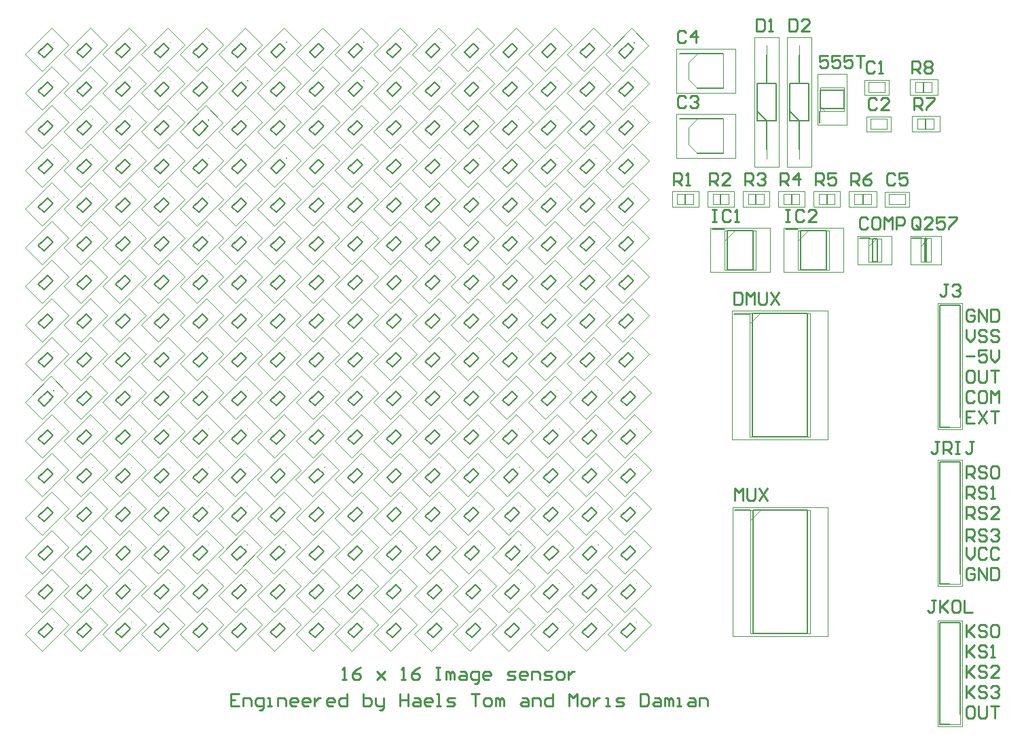
<source format=gto>
G04*
G04 #@! TF.GenerationSoftware,Altium Limited,Altium Designer,21.1.1 (26)*
G04*
G04 Layer_Color=65535*
%FSLAX24Y24*%
%MOIN*%
G70*
G04*
G04 #@! TF.SameCoordinates,700B35B8-587A-4263-8D9C-AFCFB88697EE*
G04*
G04*
G04 #@! TF.FilePolarity,Positive*
G04*
G01*
G75*
%ADD10C,0.0039*%
%ADD11C,0.0079*%
%ADD12C,0.0100*%
%ADD13C,0.0020*%
D10*
X5018Y5518D02*
G03*
X4990Y5490I-14J-14D01*
G01*
D02*
G03*
X5018Y5518I14J14D01*
G01*
X14518D02*
G03*
X14490Y5490I-14J-14D01*
G01*
D02*
G03*
X14518Y5518I14J14D01*
G01*
X3090Y32090D02*
G03*
X3118Y32118I14J14D01*
G01*
D02*
G03*
X3090Y32090I-14J-14D01*
G01*
X4990D02*
G03*
X5018Y32118I14J14D01*
G01*
D02*
G03*
X4990Y32090I-14J-14D01*
G01*
X31590D02*
G03*
X31618Y32118I14J14D01*
G01*
D02*
G03*
X31590Y32090I-14J-14D01*
G01*
X25890D02*
G03*
X25918Y32118I14J14D01*
G01*
D02*
G03*
X25890Y32090I-14J-14D01*
G01*
X29690D02*
G03*
X29718Y32118I14J14D01*
G01*
D02*
G03*
X29690Y32090I-14J-14D01*
G01*
X27790D02*
G03*
X27818Y32118I14J14D01*
G01*
D02*
G03*
X27790Y32090I-14J-14D01*
G01*
X20199Y32099D02*
G03*
X20226Y32126I14J14D01*
G01*
D02*
G03*
X20199Y32099I-14J-14D01*
G01*
X14490Y32090D02*
G03*
X14518Y32118I14J14D01*
G01*
D02*
G03*
X14490Y32090I-14J-14D01*
G01*
X16390D02*
G03*
X16418Y32118I14J14D01*
G01*
D02*
G03*
X16390Y32090I-14J-14D01*
G01*
X22090D02*
G03*
X22118Y32118I14J14D01*
G01*
D02*
G03*
X22090Y32090I-14J-14D01*
G01*
X23999Y32099D02*
G03*
X24026Y32126I14J14D01*
G01*
D02*
G03*
X23999Y32099I-14J-14D01*
G01*
X18299D02*
G03*
X18326Y32126I14J14D01*
G01*
D02*
G03*
X18299Y32099I-14J-14D01*
G01*
X10690Y32090D02*
G03*
X10718Y32118I14J14D01*
G01*
D02*
G03*
X10690Y32090I-14J-14D01*
G01*
X12599Y32099D02*
G03*
X12626Y32126I14J14D01*
G01*
D02*
G03*
X12599Y32099I-14J-14D01*
G01*
X8799D02*
G03*
X8826Y32126I14J14D01*
G01*
D02*
G03*
X8799Y32099I-14J-14D01*
G01*
X6890Y32090D02*
G03*
X6918Y32118I14J14D01*
G01*
D02*
G03*
X6890Y32090I-14J-14D01*
G01*
X24090Y5490D02*
G03*
X24118Y5518I14J14D01*
G01*
D02*
G03*
X24090Y5490I-14J-14D01*
G01*
X6890D02*
G03*
X6918Y5518I14J14D01*
G01*
D02*
G03*
X6890Y5490I-14J-14D01*
G01*
X22190Y5490D02*
G03*
X22218Y5518I14J14D01*
G01*
D02*
G03*
X22190Y5490I-14J-14D01*
G01*
X27890Y5490D02*
G03*
X27918Y5518I14J14D01*
G01*
D02*
G03*
X27890Y5490I-14J-14D01*
G01*
X25990D02*
G03*
X26018Y5518I14J14D01*
G01*
D02*
G03*
X25990Y5490I-14J-14D01*
G01*
X20190D02*
G03*
X20218Y5518I14J14D01*
G01*
D02*
G03*
X20190Y5490I-14J-14D01*
G01*
X10690D02*
G03*
X10718Y5518I14J14D01*
G01*
D02*
G03*
X10690Y5490I-14J-14D01*
G01*
X12590D02*
G03*
X12618Y5518I14J14D01*
G01*
D02*
G03*
X12590Y5490I-14J-14D01*
G01*
X18290D02*
G03*
X18318Y5518I14J14D01*
G01*
D02*
G03*
X18290Y5490I-14J-14D01*
G01*
X8790Y5490D02*
G03*
X8818Y5518I14J14D01*
G01*
D02*
G03*
X8790Y5490I-14J-14D01*
G01*
X16390D02*
G03*
X16418Y5518I14J14D01*
G01*
D02*
G03*
X16390Y5490I-14J-14D01*
G01*
X3090D02*
G03*
X3118Y5518I14J14D01*
G01*
D02*
G03*
X3090Y5490I-14J-14D01*
G01*
X31690D02*
G03*
X31718Y5518I14J14D01*
G01*
D02*
G03*
X31690Y5490I-14J-14D01*
G01*
X29790Y5490D02*
G03*
X29818Y5518I14J14D01*
G01*
D02*
G03*
X29790Y5490I-14J-14D01*
G01*
X20190Y7390D02*
G03*
X20218Y7418I14J14D01*
G01*
D02*
G03*
X20190Y7390I-14J-14D01*
G01*
X31690D02*
G03*
X31718Y7418I14J14D01*
G01*
D02*
G03*
X31690Y7390I-14J-14D01*
G01*
X22190D02*
G03*
X22218Y7418I14J14D01*
G01*
D02*
G03*
X22190Y7390I-14J-14D01*
G01*
X24090D02*
G03*
X24118Y7418I14J14D01*
G01*
D02*
G03*
X24090Y7390I-14J-14D01*
G01*
X6899Y7399D02*
G03*
X6926Y7426I14J14D01*
G01*
D02*
G03*
X6899Y7399I-14J-14D01*
G01*
X18290Y7390D02*
G03*
X18318Y7418I14J14D01*
G01*
D02*
G03*
X18290Y7390I-14J-14D01*
G01*
X14490D02*
G03*
X14518Y7418I14J14D01*
G01*
D02*
G03*
X14490Y7390I-14J-14D01*
G01*
X10690D02*
G03*
X10718Y7418I14J14D01*
G01*
D02*
G03*
X10690Y7390I-14J-14D01*
G01*
X12590D02*
G03*
X12618Y7418I14J14D01*
G01*
D02*
G03*
X12590Y7390I-14J-14D01*
G01*
X8790Y7390D02*
G03*
X8818Y7418I14J14D01*
G01*
D02*
G03*
X8790Y7390I-14J-14D01*
G01*
X3090D02*
G03*
X3118Y7418I14J14D01*
G01*
D02*
G03*
X3090Y7390I-14J-14D01*
G01*
X16390Y7390D02*
G03*
X16418Y7418I14J14D01*
G01*
D02*
G03*
X16390Y7390I-14J-14D01*
G01*
X25990D02*
G03*
X26018Y7418I14J14D01*
G01*
D02*
G03*
X25990Y7390I-14J-14D01*
G01*
X27890D02*
G03*
X27918Y7418I14J14D01*
G01*
D02*
G03*
X27890Y7390I-14J-14D01*
G01*
X4990D02*
G03*
X5018Y7418I14J14D01*
G01*
D02*
G03*
X4990Y7390I-14J-14D01*
G01*
X29790D02*
G03*
X29818Y7418I14J14D01*
G01*
D02*
G03*
X29790Y7390I-14J-14D01*
G01*
X18290Y9290D02*
G03*
X18318Y9318I14J14D01*
G01*
D02*
G03*
X18290Y9290I-14J-14D01*
G01*
X20190D02*
G03*
X20218Y9318I14J14D01*
G01*
D02*
G03*
X20190Y9290I-14J-14D01*
G01*
X8790Y9290D02*
G03*
X8818Y9318I14J14D01*
G01*
D02*
G03*
X8790Y9290I-14J-14D01*
G01*
X3090D02*
G03*
X3118Y9318I14J14D01*
G01*
D02*
G03*
X3090Y9290I-14J-14D01*
G01*
X10690Y9290D02*
G03*
X10718Y9318I14J14D01*
G01*
D02*
G03*
X10690Y9290I-14J-14D01*
G01*
X29799D02*
G03*
X29827Y9318I14J14D01*
G01*
D02*
G03*
X29799Y9290I-14J-14D01*
G01*
X12581D02*
G03*
X12608Y9318I14J14D01*
G01*
D02*
G03*
X12581Y9290I-14J-14D01*
G01*
X14472D02*
G03*
X14499Y9318I14J14D01*
G01*
D02*
G03*
X14472Y9290I-14J-14D01*
G01*
X4990D02*
G03*
X5018Y9318I14J14D01*
G01*
D02*
G03*
X4990Y9290I-14J-14D01*
G01*
X16390D02*
G03*
X16418Y9318I14J14D01*
G01*
D02*
G03*
X16390Y9290I-14J-14D01*
G01*
X27908Y9290D02*
G03*
X27936Y9318I14J14D01*
G01*
D02*
G03*
X27908Y9290I-14J-14D01*
G01*
X26017D02*
G03*
X26045Y9318I14J14D01*
G01*
D02*
G03*
X26017Y9290I-14J-14D01*
G01*
X31690Y9290D02*
G03*
X31718Y9318I14J14D01*
G01*
D02*
G03*
X31690Y9290I-14J-14D01*
G01*
X22135D02*
G03*
X22163Y9318I14J14D01*
G01*
D02*
G03*
X22135Y9290I-14J-14D01*
G01*
X6899Y9299D02*
G03*
X6926Y9326I14J14D01*
G01*
D02*
G03*
X6899Y9299I-14J-14D01*
G01*
X24026Y9290D02*
G03*
X24054Y9318I14J14D01*
G01*
D02*
G03*
X24026Y9290I-14J-14D01*
G01*
X3090Y11190D02*
G03*
X3118Y11218I14J14D01*
G01*
D02*
G03*
X3090Y11190I-14J-14D01*
G01*
X29790Y11190D02*
G03*
X29818Y11218I14J14D01*
G01*
D02*
G03*
X29790Y11190I-14J-14D01*
G01*
X10690D02*
G03*
X10718Y11218I14J14D01*
G01*
D02*
G03*
X10690Y11190I-14J-14D01*
G01*
X6890Y11190D02*
G03*
X6918Y11218I14J14D01*
G01*
D02*
G03*
X6890Y11190I-14J-14D01*
G01*
X25990Y11190D02*
G03*
X26018Y11218I14J14D01*
G01*
D02*
G03*
X25990Y11190I-14J-14D01*
G01*
X16390D02*
G03*
X16418Y11218I14J14D01*
G01*
D02*
G03*
X16390Y11190I-14J-14D01*
G01*
X14490D02*
G03*
X14518Y11218I14J14D01*
G01*
D02*
G03*
X14490Y11190I-14J-14D01*
G01*
X23990D02*
G03*
X24018Y11218I14J14D01*
G01*
D02*
G03*
X23990Y11190I-14J-14D01*
G01*
X12590D02*
G03*
X12618Y11218I14J14D01*
G01*
D02*
G03*
X12590Y11190I-14J-14D01*
G01*
X31690D02*
G03*
X31718Y11218I14J14D01*
G01*
D02*
G03*
X31690Y11190I-14J-14D01*
G01*
X20199Y11199D02*
G03*
X20226Y11226I14J14D01*
G01*
D02*
G03*
X20199Y11199I-14J-14D01*
G01*
X8790Y11190D02*
G03*
X8818Y11218I14J14D01*
G01*
D02*
G03*
X8790Y11190I-14J-14D01*
G01*
X18290Y11190D02*
G03*
X18318Y11218I14J14D01*
G01*
D02*
G03*
X18290Y11190I-14J-14D01*
G01*
X4990D02*
G03*
X5018Y11218I14J14D01*
G01*
D02*
G03*
X4990Y11190I-14J-14D01*
G01*
X27890Y11190D02*
G03*
X27918Y11218I14J14D01*
G01*
D02*
G03*
X27890Y11190I-14J-14D01*
G01*
X22090D02*
G03*
X22118Y11218I14J14D01*
G01*
D02*
G03*
X22090Y11190I-14J-14D01*
G01*
X25935Y13099D02*
G03*
X25963Y13126I14J14D01*
G01*
D02*
G03*
X25935Y13099I-14J-14D01*
G01*
X29790Y13090D02*
G03*
X29818Y13118I14J14D01*
G01*
D02*
G03*
X29790Y13090I-14J-14D01*
G01*
X12562D02*
G03*
X12590Y13118I14J14D01*
G01*
D02*
G03*
X12562Y13090I-14J-14D01*
G01*
X27890D02*
G03*
X27918Y13118I14J14D01*
G01*
D02*
G03*
X27890Y13090I-14J-14D01*
G01*
X18290D02*
G03*
X18318Y13118I14J14D01*
G01*
D02*
G03*
X18290Y13090I-14J-14D01*
G01*
X22089Y13099D02*
G03*
X22117Y13126I14J14D01*
G01*
D02*
G03*
X22089Y13099I-14J-14D01*
G01*
X20199D02*
G03*
X20226Y13126I14J14D01*
G01*
D02*
G03*
X20199Y13099I-14J-14D01*
G01*
X23990Y13090D02*
G03*
X24018Y13118I14J14D01*
G01*
D02*
G03*
X23990Y13090I-14J-14D01*
G01*
X14499Y13099D02*
G03*
X14526Y13126I14J14D01*
G01*
D02*
G03*
X14499Y13099I-14J-14D01*
G01*
X31690Y13090D02*
G03*
X31718Y13118I14J14D01*
G01*
D02*
G03*
X31690Y13090I-14J-14D01*
G01*
X16371Y13099D02*
G03*
X16399Y13126I14J14D01*
G01*
D02*
G03*
X16371Y13099I-14J-14D01*
G01*
X6890Y13090D02*
G03*
X6918Y13118I14J14D01*
G01*
D02*
G03*
X6890Y13090I-14J-14D01*
G01*
X3090D02*
G03*
X3118Y13118I14J14D01*
G01*
D02*
G03*
X3090Y13090I-14J-14D01*
G01*
X10690D02*
G03*
X10718Y13118I14J14D01*
G01*
D02*
G03*
X10690Y13090I-14J-14D01*
G01*
X4990D02*
G03*
X5018Y13118I14J14D01*
G01*
D02*
G03*
X4990Y13090I-14J-14D01*
G01*
X8790D02*
G03*
X8818Y13118I14J14D01*
G01*
D02*
G03*
X8790Y13090I-14J-14D01*
G01*
X10690Y14990D02*
G03*
X10718Y15018I14J14D01*
G01*
D02*
G03*
X10690Y14990I-14J-14D01*
G01*
X12590D02*
G03*
X12618Y15018I14J14D01*
G01*
D02*
G03*
X12590Y14990I-14J-14D01*
G01*
X29790Y14990D02*
G03*
X29818Y15018I14J14D01*
G01*
D02*
G03*
X29790Y14990I-14J-14D01*
G01*
X22090Y14990D02*
G03*
X22118Y15018I14J14D01*
G01*
D02*
G03*
X22090Y14990I-14J-14D01*
G01*
X8790D02*
G03*
X8818Y15018I14J14D01*
G01*
D02*
G03*
X8790Y14990I-14J-14D01*
G01*
X27890Y14990D02*
G03*
X27918Y15018I14J14D01*
G01*
D02*
G03*
X27890Y14990I-14J-14D01*
G01*
X4990Y14990D02*
G03*
X5018Y15018I14J14D01*
G01*
D02*
G03*
X4990Y14990I-14J-14D01*
G01*
X3090D02*
G03*
X3118Y15018I14J14D01*
G01*
D02*
G03*
X3090Y14990I-14J-14D01*
G01*
X23990D02*
G03*
X24018Y15018I14J14D01*
G01*
D02*
G03*
X23990Y14990I-14J-14D01*
G01*
X20190D02*
G03*
X20218Y15018I14J14D01*
G01*
D02*
G03*
X20190Y14990I-14J-14D01*
G01*
X31690Y14990D02*
G03*
X31718Y15018I14J14D01*
G01*
D02*
G03*
X31690Y14990I-14J-14D01*
G01*
X25890D02*
G03*
X25918Y15018I14J14D01*
G01*
D02*
G03*
X25890Y14990I-14J-14D01*
G01*
X14490Y14990D02*
G03*
X14518Y15018I14J14D01*
G01*
D02*
G03*
X14490Y14990I-14J-14D01*
G01*
X6890D02*
G03*
X6918Y15018I14J14D01*
G01*
D02*
G03*
X6890Y14990I-14J-14D01*
G01*
X18290D02*
G03*
X18318Y15018I14J14D01*
G01*
D02*
G03*
X18290Y14990I-14J-14D01*
G01*
X23990Y16890D02*
G03*
X24018Y16918I14J14D01*
G01*
D02*
G03*
X23990Y16890I-14J-14D01*
G01*
X25890D02*
G03*
X25918Y16918I14J14D01*
G01*
D02*
G03*
X25890Y16890I-14J-14D01*
G01*
X14490D02*
G03*
X14518Y16918I14J14D01*
G01*
D02*
G03*
X14490Y16890I-14J-14D01*
G01*
X31690Y16890D02*
G03*
X31718Y16918I14J14D01*
G01*
D02*
G03*
X31690Y16890I-14J-14D01*
G01*
X27790D02*
G03*
X27818Y16918I14J14D01*
G01*
D02*
G03*
X27790Y16890I-14J-14D01*
G01*
X4990Y16890D02*
G03*
X5018Y16918I14J14D01*
G01*
D02*
G03*
X4990Y16890I-14J-14D01*
G01*
X22090D02*
G03*
X22118Y16918I14J14D01*
G01*
D02*
G03*
X22090Y16890I-14J-14D01*
G01*
X16390D02*
G03*
X16418Y16918I14J14D01*
G01*
D02*
G03*
X16390Y16890I-14J-14D01*
G01*
X10690D02*
G03*
X10718Y16918I14J14D01*
G01*
D02*
G03*
X10690Y16890I-14J-14D01*
G01*
X6890D02*
G03*
X6918Y16918I14J14D01*
G01*
D02*
G03*
X6890Y16890I-14J-14D01*
G01*
X12590D02*
G03*
X12618Y16918I14J14D01*
G01*
D02*
G03*
X12590Y16890I-14J-14D01*
G01*
X3081Y16881D02*
G03*
X3109Y16909I14J14D01*
G01*
D02*
G03*
X3081Y16881I-14J-14D01*
G01*
X20190Y16890D02*
G03*
X20218Y16918I14J14D01*
G01*
D02*
G03*
X20190Y16890I-14J-14D01*
G01*
X8790D02*
G03*
X8818Y16918I14J14D01*
G01*
D02*
G03*
X8790Y16890I-14J-14D01*
G01*
X29790Y16890D02*
G03*
X29818Y16918I14J14D01*
G01*
D02*
G03*
X29790Y16890I-14J-14D01*
G01*
X18290Y16890D02*
G03*
X18318Y16918I14J14D01*
G01*
D02*
G03*
X18290Y16890I-14J-14D01*
G01*
X25890Y18790D02*
G03*
X25918Y18818I14J14D01*
G01*
D02*
G03*
X25890Y18790I-14J-14D01*
G01*
X22090D02*
G03*
X22118Y18818I14J14D01*
G01*
D02*
G03*
X22090Y18790I-14J-14D01*
G01*
X6890D02*
G03*
X6918Y18818I14J14D01*
G01*
D02*
G03*
X6890Y18790I-14J-14D01*
G01*
X20190D02*
G03*
X20218Y18818I14J14D01*
G01*
D02*
G03*
X20190Y18790I-14J-14D01*
G01*
X8790D02*
G03*
X8818Y18818I14J14D01*
G01*
D02*
G03*
X8790Y18790I-14J-14D01*
G01*
X23990D02*
G03*
X24018Y18818I14J14D01*
G01*
D02*
G03*
X23990Y18790I-14J-14D01*
G01*
X18290D02*
G03*
X18318Y18818I14J14D01*
G01*
D02*
G03*
X18290Y18790I-14J-14D01*
G01*
X12590D02*
G03*
X12618Y18818I14J14D01*
G01*
D02*
G03*
X12590Y18790I-14J-14D01*
G01*
X10690D02*
G03*
X10718Y18818I14J14D01*
G01*
D02*
G03*
X10690Y18790I-14J-14D01*
G01*
X27790D02*
G03*
X27818Y18818I14J14D01*
G01*
D02*
G03*
X27790Y18790I-14J-14D01*
G01*
X29690D02*
G03*
X29718Y18818I14J14D01*
G01*
D02*
G03*
X29690Y18790I-14J-14D01*
G01*
X14490D02*
G03*
X14518Y18818I14J14D01*
G01*
D02*
G03*
X14490Y18790I-14J-14D01*
G01*
X3090Y18790D02*
G03*
X3118Y18818I14J14D01*
G01*
D02*
G03*
X3090Y18790I-14J-14D01*
G01*
X16390Y18790D02*
G03*
X16418Y18818I14J14D01*
G01*
D02*
G03*
X16390Y18790I-14J-14D01*
G01*
X31590D02*
G03*
X31618Y18818I14J14D01*
G01*
D02*
G03*
X31590Y18790I-14J-14D01*
G01*
X4990D02*
G03*
X5018Y18818I14J14D01*
G01*
D02*
G03*
X4990Y18790I-14J-14D01*
G01*
X20190Y20690D02*
G03*
X20218Y20718I14J14D01*
G01*
D02*
G03*
X20190Y20690I-14J-14D01*
G01*
X3090D02*
G03*
X3118Y20718I14J14D01*
G01*
D02*
G03*
X3090Y20690I-14J-14D01*
G01*
X22090D02*
G03*
X22118Y20718I14J14D01*
G01*
D02*
G03*
X22090Y20690I-14J-14D01*
G01*
X10690Y20690D02*
G03*
X10718Y20718I14J14D01*
G01*
D02*
G03*
X10690Y20690I-14J-14D01*
G01*
X6890D02*
G03*
X6918Y20718I14J14D01*
G01*
D02*
G03*
X6890Y20690I-14J-14D01*
G01*
X12590D02*
G03*
X12618Y20718I14J14D01*
G01*
D02*
G03*
X12590Y20690I-14J-14D01*
G01*
X31590D02*
G03*
X31618Y20718I14J14D01*
G01*
D02*
G03*
X31590Y20690I-14J-14D01*
G01*
X18290D02*
G03*
X18318Y20718I14J14D01*
G01*
D02*
G03*
X18290Y20690I-14J-14D01*
G01*
X27790Y20690D02*
G03*
X27818Y20718I14J14D01*
G01*
D02*
G03*
X27790Y20690I-14J-14D01*
G01*
X23990D02*
G03*
X24018Y20718I14J14D01*
G01*
D02*
G03*
X23990Y20690I-14J-14D01*
G01*
X4990Y20690D02*
G03*
X5018Y20718I14J14D01*
G01*
D02*
G03*
X4990Y20690I-14J-14D01*
G01*
X8790Y20690D02*
G03*
X8818Y20718I14J14D01*
G01*
D02*
G03*
X8790Y20690I-14J-14D01*
G01*
X25890D02*
G03*
X25918Y20718I14J14D01*
G01*
D02*
G03*
X25890Y20690I-14J-14D01*
G01*
X14490D02*
G03*
X14518Y20718I14J14D01*
G01*
D02*
G03*
X14490Y20690I-14J-14D01*
G01*
X29690Y20690D02*
G03*
X29718Y20718I14J14D01*
G01*
D02*
G03*
X29690Y20690I-14J-14D01*
G01*
X16390D02*
G03*
X16418Y20718I14J14D01*
G01*
D02*
G03*
X16390Y20690I-14J-14D01*
G01*
X25890Y22590D02*
G03*
X25918Y22618I14J14D01*
G01*
D02*
G03*
X25890Y22590I-14J-14D01*
G01*
X4990Y22590D02*
G03*
X5018Y22618I14J14D01*
G01*
D02*
G03*
X4990Y22590I-14J-14D01*
G01*
X31590Y22590D02*
G03*
X31618Y22618I14J14D01*
G01*
D02*
G03*
X31590Y22590I-14J-14D01*
G01*
X27790Y22590D02*
G03*
X27818Y22618I14J14D01*
G01*
D02*
G03*
X27790Y22590I-14J-14D01*
G01*
X23990Y22590D02*
G03*
X24018Y22618I14J14D01*
G01*
D02*
G03*
X23990Y22590I-14J-14D01*
G01*
X29690D02*
G03*
X29718Y22618I14J14D01*
G01*
D02*
G03*
X29690Y22590I-14J-14D01*
G01*
X6890D02*
G03*
X6918Y22618I14J14D01*
G01*
D02*
G03*
X6890Y22590I-14J-14D01*
G01*
X22090D02*
G03*
X22118Y22618I14J14D01*
G01*
D02*
G03*
X22090Y22590I-14J-14D01*
G01*
X3090Y22590D02*
G03*
X3118Y22618I14J14D01*
G01*
D02*
G03*
X3090Y22590I-14J-14D01*
G01*
X14490D02*
G03*
X14518Y22618I14J14D01*
G01*
D02*
G03*
X14490Y22590I-14J-14D01*
G01*
X10690Y22590D02*
G03*
X10718Y22618I14J14D01*
G01*
D02*
G03*
X10690Y22590I-14J-14D01*
G01*
X16390Y22590D02*
G03*
X16418Y22618I14J14D01*
G01*
D02*
G03*
X16390Y22590I-14J-14D01*
G01*
X18290D02*
G03*
X18318Y22618I14J14D01*
G01*
D02*
G03*
X18290Y22590I-14J-14D01*
G01*
X8790D02*
G03*
X8818Y22618I14J14D01*
G01*
D02*
G03*
X8790Y22590I-14J-14D01*
G01*
X20199Y22599D02*
G03*
X20226Y22626I14J14D01*
G01*
D02*
G03*
X20199Y22599I-14J-14D01*
G01*
X12590Y22590D02*
G03*
X12618Y22618I14J14D01*
G01*
D02*
G03*
X12590Y22590I-14J-14D01*
G01*
X4990Y24490D02*
G03*
X5018Y24518I14J14D01*
G01*
D02*
G03*
X4990Y24490I-14J-14D01*
G01*
X16390D02*
G03*
X16418Y24518I14J14D01*
G01*
D02*
G03*
X16390Y24490I-14J-14D01*
G01*
X23990D02*
G03*
X24018Y24518I14J14D01*
G01*
D02*
G03*
X23990Y24490I-14J-14D01*
G01*
X18290D02*
G03*
X18318Y24518I14J14D01*
G01*
D02*
G03*
X18290Y24490I-14J-14D01*
G01*
X31590D02*
G03*
X31618Y24518I14J14D01*
G01*
D02*
G03*
X31590Y24490I-14J-14D01*
G01*
X10690D02*
G03*
X10718Y24518I14J14D01*
G01*
D02*
G03*
X10690Y24490I-14J-14D01*
G01*
X27790D02*
G03*
X27818Y24518I14J14D01*
G01*
D02*
G03*
X27790Y24490I-14J-14D01*
G01*
X3090D02*
G03*
X3118Y24518I14J14D01*
G01*
D02*
G03*
X3090Y24490I-14J-14D01*
G01*
X29690D02*
G03*
X29718Y24518I14J14D01*
G01*
D02*
G03*
X29690Y24490I-14J-14D01*
G01*
X12590D02*
G03*
X12618Y24518I14J14D01*
G01*
D02*
G03*
X12590Y24490I-14J-14D01*
G01*
X8790D02*
G03*
X8818Y24518I14J14D01*
G01*
D02*
G03*
X8790Y24490I-14J-14D01*
G01*
X25890D02*
G03*
X25918Y24518I14J14D01*
G01*
D02*
G03*
X25890Y24490I-14J-14D01*
G01*
X14490D02*
G03*
X14518Y24518I14J14D01*
G01*
D02*
G03*
X14490Y24490I-14J-14D01*
G01*
X6890D02*
G03*
X6918Y24518I14J14D01*
G01*
D02*
G03*
X6890Y24490I-14J-14D01*
G01*
X22090D02*
G03*
X22118Y24518I14J14D01*
G01*
D02*
G03*
X22090Y24490I-14J-14D01*
G01*
X20190D02*
G03*
X20218Y24518I14J14D01*
G01*
D02*
G03*
X20190Y24490I-14J-14D01*
G01*
X25890Y26390D02*
G03*
X25918Y26418I14J14D01*
G01*
D02*
G03*
X25890Y26390I-14J-14D01*
G01*
X20190D02*
G03*
X20218Y26418I14J14D01*
G01*
D02*
G03*
X20190Y26390I-14J-14D01*
G01*
X16390Y26390D02*
G03*
X16418Y26418I14J14D01*
G01*
D02*
G03*
X16390Y26390I-14J-14D01*
G01*
X8790Y26390D02*
G03*
X8818Y26418I14J14D01*
G01*
D02*
G03*
X8790Y26390I-14J-14D01*
G01*
X23990Y26390D02*
G03*
X24018Y26418I14J14D01*
G01*
D02*
G03*
X23990Y26390I-14J-14D01*
G01*
X12590Y26390D02*
G03*
X12618Y26418I14J14D01*
G01*
D02*
G03*
X12590Y26390I-14J-14D01*
G01*
X18290D02*
G03*
X18318Y26418I14J14D01*
G01*
D02*
G03*
X18290Y26390I-14J-14D01*
G01*
X3090D02*
G03*
X3118Y26418I14J14D01*
G01*
D02*
G03*
X3090Y26390I-14J-14D01*
G01*
X29690D02*
G03*
X29718Y26418I14J14D01*
G01*
D02*
G03*
X29690Y26390I-14J-14D01*
G01*
X10690D02*
G03*
X10718Y26418I14J14D01*
G01*
D02*
G03*
X10690Y26390I-14J-14D01*
G01*
X4990D02*
G03*
X5018Y26418I14J14D01*
G01*
D02*
G03*
X4990Y26390I-14J-14D01*
G01*
X31590D02*
G03*
X31618Y26418I14J14D01*
G01*
D02*
G03*
X31590Y26390I-14J-14D01*
G01*
X14490D02*
G03*
X14518Y26418I14J14D01*
G01*
D02*
G03*
X14490Y26390I-14J-14D01*
G01*
X27790D02*
G03*
X27818Y26418I14J14D01*
G01*
D02*
G03*
X27790Y26390I-14J-14D01*
G01*
X22090Y26390D02*
G03*
X22118Y26418I14J14D01*
G01*
D02*
G03*
X22090Y26390I-14J-14D01*
G01*
X6890Y26390D02*
G03*
X6918Y26418I14J14D01*
G01*
D02*
G03*
X6890Y26390I-14J-14D01*
G01*
X8790Y28290D02*
G03*
X8818Y28318I14J14D01*
G01*
D02*
G03*
X8790Y28290I-14J-14D01*
G01*
X27790D02*
G03*
X27818Y28318I14J14D01*
G01*
D02*
G03*
X27790Y28290I-14J-14D01*
G01*
X14499Y28299D02*
G03*
X14526Y28326I14J14D01*
G01*
D02*
G03*
X14499Y28299I-14J-14D01*
G01*
X3090Y28290D02*
G03*
X3118Y28318I14J14D01*
G01*
D02*
G03*
X3090Y28290I-14J-14D01*
G01*
X25890D02*
G03*
X25918Y28318I14J14D01*
G01*
D02*
G03*
X25890Y28290I-14J-14D01*
G01*
X23990D02*
G03*
X24018Y28318I14J14D01*
G01*
D02*
G03*
X23990Y28290I-14J-14D01*
G01*
X12590Y28290D02*
G03*
X12618Y28318I14J14D01*
G01*
D02*
G03*
X12590Y28290I-14J-14D01*
G01*
X6890Y28290D02*
G03*
X6918Y28318I14J14D01*
G01*
D02*
G03*
X6890Y28290I-14J-14D01*
G01*
X20190D02*
G03*
X20218Y28318I14J14D01*
G01*
D02*
G03*
X20190Y28290I-14J-14D01*
G01*
X31590D02*
G03*
X31618Y28318I14J14D01*
G01*
D02*
G03*
X31590Y28290I-14J-14D01*
G01*
X22090D02*
G03*
X22118Y28318I14J14D01*
G01*
D02*
G03*
X22090Y28290I-14J-14D01*
G01*
X10690Y28290D02*
G03*
X10718Y28318I14J14D01*
G01*
D02*
G03*
X10690Y28290I-14J-14D01*
G01*
X16399Y28299D02*
G03*
X16426Y28326I14J14D01*
G01*
D02*
G03*
X16399Y28299I-14J-14D01*
G01*
X18290Y28290D02*
G03*
X18318Y28318I14J14D01*
G01*
D02*
G03*
X18290Y28290I-14J-14D01*
G01*
X29690D02*
G03*
X29718Y28318I14J14D01*
G01*
D02*
G03*
X29690Y28290I-14J-14D01*
G01*
X4990Y28290D02*
G03*
X5018Y28318I14J14D01*
G01*
D02*
G03*
X4990Y28290I-14J-14D01*
G01*
X10681Y30181D02*
G03*
X10709Y30209I14J14D01*
G01*
D02*
G03*
X10681Y30181I-14J-14D01*
G01*
X12590Y30190D02*
G03*
X12618Y30218I14J14D01*
G01*
D02*
G03*
X12590Y30190I-14J-14D01*
G01*
X20190D02*
G03*
X20218Y30218I14J14D01*
G01*
D02*
G03*
X20190Y30190I-14J-14D01*
G01*
X27790D02*
G03*
X27818Y30218I14J14D01*
G01*
D02*
G03*
X27790Y30190I-14J-14D01*
G01*
X6890D02*
G03*
X6918Y30218I14J14D01*
G01*
D02*
G03*
X6890Y30190I-14J-14D01*
G01*
X29690D02*
G03*
X29718Y30218I14J14D01*
G01*
D02*
G03*
X29690Y30190I-14J-14D01*
G01*
X3090D02*
G03*
X3118Y30218I14J14D01*
G01*
D02*
G03*
X3090Y30190I-14J-14D01*
G01*
X31590Y30190D02*
G03*
X31618Y30218I14J14D01*
G01*
D02*
G03*
X31590Y30190I-14J-14D01*
G01*
X22090Y30190D02*
G03*
X22118Y30218I14J14D01*
G01*
D02*
G03*
X22090Y30190I-14J-14D01*
G01*
X8790D02*
G03*
X8818Y30218I14J14D01*
G01*
D02*
G03*
X8790Y30190I-14J-14D01*
G01*
X23990D02*
G03*
X24018Y30218I14J14D01*
G01*
D02*
G03*
X23990Y30190I-14J-14D01*
G01*
X25890D02*
G03*
X25918Y30218I14J14D01*
G01*
D02*
G03*
X25890Y30190I-14J-14D01*
G01*
X16390D02*
G03*
X16418Y30218I14J14D01*
G01*
D02*
G03*
X16390Y30190I-14J-14D01*
G01*
X4990Y30190D02*
G03*
X5018Y30218I14J14D01*
G01*
D02*
G03*
X4990Y30190I-14J-14D01*
G01*
X18290Y30190D02*
G03*
X18318Y30218I14J14D01*
G01*
D02*
G03*
X18290Y30190I-14J-14D01*
G01*
X14490D02*
G03*
X14518Y30218I14J14D01*
G01*
D02*
G03*
X14490Y30190I-14J-14D01*
G01*
X4990Y33990D02*
G03*
X5018Y34018I14J14D01*
G01*
D02*
G03*
X4990Y33990I-14J-14D01*
G01*
X6890D02*
G03*
X6918Y34018I14J14D01*
G01*
D02*
G03*
X6890Y33990I-14J-14D01*
G01*
X3090D02*
G03*
X3118Y34018I14J14D01*
G01*
D02*
G03*
X3090Y33990I-14J-14D01*
G01*
X22099Y33999D02*
G03*
X22126Y34026I14J14D01*
G01*
D02*
G03*
X22099Y33999I-14J-14D01*
G01*
X31581Y33981D02*
G03*
X31609Y34009I14J14D01*
G01*
D02*
G03*
X31581Y33981I-14J-14D01*
G01*
X25899Y33999D02*
G03*
X25926Y34026I14J14D01*
G01*
D02*
G03*
X25899Y33999I-14J-14D01*
G01*
X16399D02*
G03*
X16426Y34026I14J14D01*
G01*
D02*
G03*
X16399Y33999I-14J-14D01*
G01*
X12590Y33990D02*
G03*
X12618Y34018I14J14D01*
G01*
D02*
G03*
X12590Y33990I-14J-14D01*
G01*
X18299Y33999D02*
G03*
X18326Y34026I14J14D01*
G01*
D02*
G03*
X18299Y33999I-14J-14D01*
G01*
X8790Y33990D02*
G03*
X8818Y34018I14J14D01*
G01*
D02*
G03*
X8790Y33990I-14J-14D01*
G01*
X23999Y33999D02*
G03*
X24026Y34026I14J14D01*
G01*
D02*
G03*
X23999Y33999I-14J-14D01*
G01*
X14499D02*
G03*
X14526Y34026I14J14D01*
G01*
D02*
G03*
X14499Y33999I-14J-14D01*
G01*
X20190Y33990D02*
G03*
X20218Y34018I14J14D01*
G01*
D02*
G03*
X20190Y33990I-14J-14D01*
G01*
X10690D02*
G03*
X10718Y34018I14J14D01*
G01*
D02*
G03*
X10690Y33990I-14J-14D01*
G01*
X29690D02*
G03*
X29718Y34018I14J14D01*
G01*
D02*
G03*
X29690Y33990I-14J-14D01*
G01*
X27799Y33999D02*
G03*
X27826Y34026I14J14D01*
G01*
D02*
G03*
X27799Y33999I-14J-14D01*
G01*
X16390Y14990D02*
G03*
X16418Y15018I14J14D01*
G01*
D02*
G03*
X16390Y14990I-14J-14D01*
G01*
X4349Y5128D02*
X4572Y5351D01*
X4628Y4849D02*
X4851Y5072D01*
X13849Y5128D02*
X14072Y5351D01*
X14128Y4849D02*
X14351Y5072D01*
X2728Y31449D02*
X2951Y31672D01*
X2449Y31728D02*
X2672Y31951D01*
X4628Y31449D02*
X4851Y31672D01*
X4349Y31728D02*
X4572Y31951D01*
X31228Y31449D02*
X31451Y31672D01*
X30949Y31728D02*
X31172Y31951D01*
X25528Y31449D02*
X25751Y31672D01*
X25249Y31728D02*
X25472Y31951D01*
X29328Y31449D02*
X29551Y31672D01*
X29049Y31728D02*
X29272Y31951D01*
X27428Y31449D02*
X27651Y31672D01*
X27149Y31728D02*
X27372Y31951D01*
X19837Y31458D02*
X20059Y31681D01*
X19558Y31737D02*
X19781Y31959D01*
X14128Y31449D02*
X14351Y31672D01*
X13849Y31728D02*
X14072Y31951D01*
X16028Y31449D02*
X16251Y31672D01*
X15749Y31728D02*
X15972Y31951D01*
X21728Y31449D02*
X21951Y31672D01*
X21449Y31728D02*
X21672Y31951D01*
X23637Y31458D02*
X23859Y31681D01*
X23358Y31737D02*
X23581Y31959D01*
X17937Y31458D02*
X18159Y31681D01*
X17658Y31737D02*
X17881Y31959D01*
X10328Y31449D02*
X10551Y31672D01*
X10049Y31728D02*
X10272Y31951D01*
X12237Y31458D02*
X12459Y31681D01*
X11958Y31737D02*
X12181Y31959D01*
X8437Y31458D02*
X8659Y31681D01*
X8158Y31737D02*
X8381Y31959D01*
X6528Y31449D02*
X6751Y31672D01*
X6249Y31728D02*
X6472Y31951D01*
X23728Y4849D02*
X23951Y5072D01*
X23449Y5128D02*
X23672Y5351D01*
X6528Y4849D02*
X6751Y5072D01*
X6249Y5128D02*
X6472Y5351D01*
X21828Y4849D02*
X22051Y5072D01*
X21549Y5128D02*
X21772Y5351D01*
X27528Y4849D02*
X27751Y5072D01*
X27249Y5128D02*
X27472Y5351D01*
X25628Y4849D02*
X25851Y5072D01*
X25349Y5128D02*
X25572Y5351D01*
X19828Y4849D02*
X20051Y5072D01*
X19549Y5128D02*
X19772Y5351D01*
X10328Y4849D02*
X10551Y5072D01*
X10049Y5128D02*
X10272Y5351D01*
X12228Y4849D02*
X12451Y5072D01*
X11949Y5128D02*
X12172Y5351D01*
X17928Y4849D02*
X18151Y5072D01*
X17649Y5128D02*
X17872Y5351D01*
X8428Y4849D02*
X8651Y5072D01*
X8149Y5128D02*
X8372Y5351D01*
X16028Y4849D02*
X16251Y5072D01*
X15749Y5128D02*
X15972Y5351D01*
X2728Y4849D02*
X2951Y5072D01*
X2449Y5128D02*
X2672Y5351D01*
X31328Y4849D02*
X31551Y5072D01*
X31049Y5128D02*
X31272Y5351D01*
X29428Y4849D02*
X29651Y5072D01*
X29149Y5128D02*
X29372Y5351D01*
X19828Y6749D02*
X20051Y6972D01*
X19549Y7028D02*
X19772Y7251D01*
X31328Y6749D02*
X31551Y6972D01*
X31049Y7028D02*
X31272Y7251D01*
X21828Y6749D02*
X22051Y6972D01*
X21549Y7028D02*
X21772Y7251D01*
X23728Y6749D02*
X23951Y6972D01*
X23449Y7028D02*
X23672Y7251D01*
X6537Y6758D02*
X6759Y6981D01*
X6258Y7037D02*
X6481Y7259D01*
X17928Y6749D02*
X18151Y6972D01*
X17649Y7028D02*
X17872Y7251D01*
X14128Y6749D02*
X14351Y6972D01*
X13849Y7028D02*
X14072Y7251D01*
X10328Y6749D02*
X10551Y6972D01*
X10049Y7028D02*
X10272Y7251D01*
X12228Y6749D02*
X12451Y6972D01*
X11949Y7028D02*
X12172Y7251D01*
X8428Y6749D02*
X8651Y6972D01*
X8149Y7028D02*
X8372Y7251D01*
X2728Y6749D02*
X2951Y6972D01*
X2449Y7028D02*
X2672Y7251D01*
X16028Y6749D02*
X16251Y6972D01*
X15749Y7028D02*
X15972Y7251D01*
X25628Y6749D02*
X25851Y6972D01*
X25349Y7028D02*
X25572Y7251D01*
X27528Y6749D02*
X27751Y6972D01*
X27249Y7028D02*
X27472Y7251D01*
X4628Y6749D02*
X4851Y6972D01*
X4349Y7028D02*
X4572Y7251D01*
X29428Y6749D02*
X29651Y6972D01*
X29149Y7028D02*
X29372Y7251D01*
X17928Y8649D02*
X18151Y8872D01*
X17649Y8928D02*
X17872Y9151D01*
X19828Y8649D02*
X20051Y8872D01*
X19549Y8928D02*
X19772Y9151D01*
X8428Y8649D02*
X8651Y8872D01*
X8149Y8928D02*
X8372Y9151D01*
X2728Y8649D02*
X2951Y8872D01*
X2449Y8928D02*
X2672Y9151D01*
X10328Y8649D02*
X10551Y8872D01*
X10049Y8928D02*
X10272Y9151D01*
X29437Y8649D02*
X29660Y8872D01*
X29159Y8928D02*
X29381Y9151D01*
X12219Y8649D02*
X12441Y8872D01*
X11940Y8928D02*
X12163Y9151D01*
X14110Y8649D02*
X14332Y8872D01*
X13831Y8928D02*
X14054Y9151D01*
X4628Y8649D02*
X4851Y8872D01*
X4349Y8928D02*
X4572Y9151D01*
X16028Y8649D02*
X16251Y8872D01*
X15749Y8928D02*
X15972Y9151D01*
X27546Y8649D02*
X27769Y8872D01*
X27268Y8928D02*
X27490Y9151D01*
X25655Y8649D02*
X25878Y8872D01*
X25377Y8928D02*
X25599Y9151D01*
X31328Y8649D02*
X31551Y8872D01*
X31049Y8928D02*
X31272Y9151D01*
X21773Y8649D02*
X21996Y8872D01*
X21495Y8928D02*
X21718Y9151D01*
X6537Y8658D02*
X6759Y8881D01*
X6258Y8937D02*
X6481Y9159D01*
X23664Y8649D02*
X23887Y8872D01*
X23386Y8928D02*
X23609Y9151D01*
X2728Y10549D02*
X2951Y10772D01*
X2449Y10828D02*
X2672Y11051D01*
X29428Y10549D02*
X29651Y10772D01*
X29149Y10828D02*
X29372Y11051D01*
X10328Y10549D02*
X10551Y10772D01*
X10049Y10828D02*
X10272Y11051D01*
X6528Y10549D02*
X6751Y10772D01*
X6249Y10828D02*
X6472Y11051D01*
X25628Y10549D02*
X25851Y10772D01*
X25349Y10828D02*
X25572Y11051D01*
X16028Y10549D02*
X16251Y10772D01*
X15749Y10828D02*
X15972Y11051D01*
X14128Y10549D02*
X14351Y10772D01*
X13849Y10828D02*
X14072Y11051D01*
X23628Y10549D02*
X23851Y10772D01*
X23349Y10828D02*
X23572Y11051D01*
X12228Y10549D02*
X12451Y10772D01*
X11949Y10828D02*
X12172Y11051D01*
X31328Y10549D02*
X31551Y10772D01*
X31049Y10828D02*
X31272Y11051D01*
X19837Y10558D02*
X20059Y10781D01*
X19558Y10837D02*
X19781Y11059D01*
X8428Y10549D02*
X8651Y10772D01*
X8149Y10828D02*
X8372Y11051D01*
X17928Y10549D02*
X18151Y10772D01*
X17649Y10828D02*
X17872Y11051D01*
X4628Y10549D02*
X4851Y10772D01*
X4349Y10828D02*
X4572Y11051D01*
X27528Y10549D02*
X27751Y10772D01*
X27249Y10828D02*
X27472Y11051D01*
X21728Y10549D02*
X21951Y10772D01*
X21449Y10828D02*
X21672Y11051D01*
X25573Y12458D02*
X25796Y12681D01*
X25295Y12737D02*
X25517Y12959D01*
X29428Y12449D02*
X29651Y12672D01*
X29149Y12728D02*
X29372Y12951D01*
X12201Y12449D02*
X12423Y12672D01*
X11922Y12728D02*
X12145Y12951D01*
X27528Y12449D02*
X27751Y12672D01*
X27249Y12728D02*
X27472Y12951D01*
X17928Y12449D02*
X18151Y12672D01*
X17649Y12728D02*
X17872Y12951D01*
X21728Y12458D02*
X21950Y12681D01*
X21449Y12737D02*
X21672Y12959D01*
X19837Y12458D02*
X20059Y12681D01*
X19558Y12737D02*
X19781Y12959D01*
X23628Y12449D02*
X23851Y12672D01*
X23349Y12728D02*
X23572Y12951D01*
X14137Y12458D02*
X14359Y12681D01*
X13858Y12737D02*
X14081Y12959D01*
X31328Y12449D02*
X31551Y12672D01*
X31049Y12728D02*
X31272Y12951D01*
X16009Y12458D02*
X16232Y12681D01*
X15731Y12737D02*
X15954Y12959D01*
X6528Y12449D02*
X6751Y12672D01*
X6249Y12728D02*
X6472Y12951D01*
X2728Y12449D02*
X2951Y12672D01*
X2449Y12728D02*
X2672Y12951D01*
X10328Y12449D02*
X10551Y12672D01*
X10049Y12728D02*
X10272Y12951D01*
X4628Y12449D02*
X4851Y12672D01*
X4349Y12728D02*
X4572Y12951D01*
X8428Y12449D02*
X8651Y12672D01*
X8149Y12728D02*
X8372Y12951D01*
X10328Y14349D02*
X10551Y14572D01*
X10049Y14628D02*
X10272Y14851D01*
X12228Y14349D02*
X12451Y14572D01*
X11949Y14628D02*
X12172Y14851D01*
X29428Y14349D02*
X29651Y14572D01*
X29149Y14628D02*
X29372Y14851D01*
X21728Y14349D02*
X21951Y14572D01*
X21449Y14628D02*
X21672Y14851D01*
X8428Y14349D02*
X8651Y14572D01*
X8149Y14628D02*
X8372Y14851D01*
X27528Y14349D02*
X27751Y14572D01*
X27249Y14628D02*
X27472Y14851D01*
X4628Y14349D02*
X4851Y14572D01*
X4349Y14628D02*
X4572Y14851D01*
X2728Y14349D02*
X2951Y14572D01*
X2449Y14628D02*
X2672Y14851D01*
X23628Y14349D02*
X23851Y14572D01*
X23349Y14628D02*
X23572Y14851D01*
X19828Y14349D02*
X20051Y14572D01*
X19549Y14628D02*
X19772Y14851D01*
X31328Y14349D02*
X31551Y14572D01*
X31049Y14628D02*
X31272Y14851D01*
X25528Y14349D02*
X25751Y14572D01*
X25249Y14628D02*
X25472Y14851D01*
X14128Y14349D02*
X14351Y14572D01*
X13849Y14628D02*
X14072Y14851D01*
X6528Y14349D02*
X6751Y14572D01*
X6249Y14628D02*
X6472Y14851D01*
X17928Y14349D02*
X18151Y14572D01*
X17649Y14628D02*
X17872Y14851D01*
X23628Y16249D02*
X23851Y16472D01*
X23349Y16528D02*
X23572Y16751D01*
X25528Y16249D02*
X25751Y16472D01*
X25249Y16528D02*
X25472Y16751D01*
X14128Y16249D02*
X14351Y16472D01*
X13849Y16528D02*
X14072Y16751D01*
X31328Y16249D02*
X31551Y16472D01*
X31049Y16528D02*
X31272Y16751D01*
X27428Y16249D02*
X27651Y16472D01*
X27149Y16528D02*
X27372Y16751D01*
X4628Y16249D02*
X4851Y16472D01*
X4349Y16528D02*
X4572Y16751D01*
X21728Y16249D02*
X21951Y16472D01*
X21449Y16528D02*
X21672Y16751D01*
X16028Y16249D02*
X16251Y16472D01*
X15749Y16528D02*
X15972Y16751D01*
X10328Y16249D02*
X10551Y16472D01*
X10049Y16528D02*
X10272Y16751D01*
X6528Y16249D02*
X6751Y16472D01*
X6249Y16528D02*
X6472Y16751D01*
X12228Y16249D02*
X12451Y16472D01*
X11949Y16528D02*
X12172Y16751D01*
X2719Y16241D02*
X2942Y16463D01*
X2441Y16519D02*
X2663Y16742D01*
X19828Y16249D02*
X20051Y16472D01*
X19549Y16528D02*
X19772Y16751D01*
X8428Y16249D02*
X8651Y16472D01*
X8149Y16528D02*
X8372Y16751D01*
X29428Y16249D02*
X29651Y16472D01*
X29149Y16528D02*
X29372Y16751D01*
X17928Y16249D02*
X18151Y16472D01*
X17649Y16528D02*
X17872Y16751D01*
X25528Y18149D02*
X25751Y18372D01*
X25249Y18428D02*
X25472Y18651D01*
X21728Y18149D02*
X21951Y18372D01*
X21449Y18428D02*
X21672Y18651D01*
X6528Y18149D02*
X6751Y18372D01*
X6249Y18428D02*
X6472Y18651D01*
X19828Y18149D02*
X20051Y18372D01*
X19549Y18428D02*
X19772Y18651D01*
X8428Y18149D02*
X8651Y18372D01*
X8149Y18428D02*
X8372Y18651D01*
X23628Y18149D02*
X23851Y18372D01*
X23349Y18428D02*
X23572Y18651D01*
X17928Y18149D02*
X18151Y18372D01*
X17649Y18428D02*
X17872Y18651D01*
X12228Y18149D02*
X12451Y18372D01*
X11949Y18428D02*
X12172Y18651D01*
X10328Y18149D02*
X10551Y18372D01*
X10049Y18428D02*
X10272Y18651D01*
X27428Y18149D02*
X27651Y18372D01*
X27149Y18428D02*
X27372Y18651D01*
X29328Y18149D02*
X29551Y18372D01*
X29049Y18428D02*
X29272Y18651D01*
X14128Y18149D02*
X14351Y18372D01*
X13849Y18428D02*
X14072Y18651D01*
X2728Y18149D02*
X2951Y18372D01*
X2449Y18428D02*
X2672Y18651D01*
X16028Y18149D02*
X16251Y18372D01*
X15749Y18428D02*
X15972Y18651D01*
X31228Y18149D02*
X31451Y18372D01*
X30949Y18428D02*
X31172Y18651D01*
X4628Y18149D02*
X4851Y18372D01*
X4349Y18428D02*
X4572Y18651D01*
X19828Y20049D02*
X20051Y20272D01*
X19549Y20328D02*
X19772Y20551D01*
X2728Y20049D02*
X2951Y20272D01*
X2449Y20328D02*
X2672Y20551D01*
X21728Y20049D02*
X21951Y20272D01*
X21449Y20328D02*
X21672Y20551D01*
X10328Y20049D02*
X10551Y20272D01*
X10049Y20328D02*
X10272Y20551D01*
X6528Y20049D02*
X6751Y20272D01*
X6249Y20328D02*
X6472Y20551D01*
X12228Y20049D02*
X12451Y20272D01*
X11949Y20328D02*
X12172Y20551D01*
X31228Y20049D02*
X31451Y20272D01*
X30949Y20328D02*
X31172Y20551D01*
X17928Y20049D02*
X18151Y20272D01*
X17649Y20328D02*
X17872Y20551D01*
X27428Y20049D02*
X27651Y20272D01*
X27149Y20328D02*
X27372Y20551D01*
X23628Y20049D02*
X23851Y20272D01*
X23349Y20328D02*
X23572Y20551D01*
X4628Y20049D02*
X4851Y20272D01*
X4349Y20328D02*
X4572Y20551D01*
X8428Y20049D02*
X8651Y20272D01*
X8149Y20328D02*
X8372Y20551D01*
X25528Y20049D02*
X25751Y20272D01*
X25249Y20328D02*
X25472Y20551D01*
X14128Y20049D02*
X14351Y20272D01*
X13849Y20328D02*
X14072Y20551D01*
X29328Y20049D02*
X29551Y20272D01*
X29049Y20328D02*
X29272Y20551D01*
X16028Y20049D02*
X16251Y20272D01*
X15749Y20328D02*
X15972Y20551D01*
X25528Y21949D02*
X25751Y22172D01*
X25249Y22228D02*
X25472Y22451D01*
X4628Y21949D02*
X4851Y22172D01*
X4349Y22228D02*
X4572Y22451D01*
X31228Y21949D02*
X31451Y22172D01*
X30949Y22228D02*
X31172Y22451D01*
X27428Y21949D02*
X27651Y22172D01*
X27149Y22228D02*
X27372Y22451D01*
X23628Y21949D02*
X23851Y22172D01*
X23349Y22228D02*
X23572Y22451D01*
X29328Y21949D02*
X29551Y22172D01*
X29049Y22228D02*
X29272Y22451D01*
X6528Y21949D02*
X6751Y22172D01*
X6249Y22228D02*
X6472Y22451D01*
X21728Y21949D02*
X21951Y22172D01*
X21449Y22228D02*
X21672Y22451D01*
X2728Y21949D02*
X2951Y22172D01*
X2449Y22228D02*
X2672Y22451D01*
X14128Y21949D02*
X14351Y22172D01*
X13849Y22228D02*
X14072Y22451D01*
X10328Y21949D02*
X10551Y22172D01*
X10049Y22228D02*
X10272Y22451D01*
X16028Y21949D02*
X16251Y22172D01*
X15749Y22228D02*
X15972Y22451D01*
X17928Y21949D02*
X18151Y22172D01*
X17649Y22228D02*
X17872Y22451D01*
X8428Y21949D02*
X8651Y22172D01*
X8149Y22228D02*
X8372Y22451D01*
X19837Y21958D02*
X20059Y22181D01*
X19558Y22237D02*
X19781Y22459D01*
X12228Y21949D02*
X12451Y22172D01*
X11949Y22228D02*
X12172Y22451D01*
X4628Y23849D02*
X4851Y24072D01*
X4349Y24128D02*
X4572Y24351D01*
X16028Y23849D02*
X16251Y24072D01*
X15749Y24128D02*
X15972Y24351D01*
X23628Y23849D02*
X23851Y24072D01*
X23349Y24128D02*
X23572Y24351D01*
X17928Y23849D02*
X18151Y24072D01*
X17649Y24128D02*
X17872Y24351D01*
X31228Y23849D02*
X31451Y24072D01*
X30949Y24128D02*
X31172Y24351D01*
X10328Y23849D02*
X10551Y24072D01*
X10049Y24128D02*
X10272Y24351D01*
X27428Y23849D02*
X27651Y24072D01*
X27149Y24128D02*
X27372Y24351D01*
X2728Y23849D02*
X2951Y24072D01*
X2449Y24128D02*
X2672Y24351D01*
X29328Y23849D02*
X29551Y24072D01*
X29049Y24128D02*
X29272Y24351D01*
X12228Y23849D02*
X12451Y24072D01*
X11949Y24128D02*
X12172Y24351D01*
X8428Y23849D02*
X8651Y24072D01*
X8149Y24128D02*
X8372Y24351D01*
X25528Y23849D02*
X25751Y24072D01*
X25249Y24128D02*
X25472Y24351D01*
X14128Y23849D02*
X14351Y24072D01*
X13849Y24128D02*
X14072Y24351D01*
X6528Y23849D02*
X6751Y24072D01*
X6249Y24128D02*
X6472Y24351D01*
X21728Y23849D02*
X21951Y24072D01*
X21449Y24128D02*
X21672Y24351D01*
X19828Y23849D02*
X20051Y24072D01*
X19549Y24128D02*
X19772Y24351D01*
X25528Y25749D02*
X25751Y25972D01*
X25249Y26028D02*
X25472Y26251D01*
X19828Y25749D02*
X20051Y25972D01*
X19549Y26028D02*
X19772Y26251D01*
X16028Y25749D02*
X16251Y25972D01*
X15749Y26028D02*
X15972Y26251D01*
X8428Y25749D02*
X8651Y25972D01*
X8149Y26028D02*
X8372Y26251D01*
X23628Y25749D02*
X23851Y25972D01*
X23349Y26028D02*
X23572Y26251D01*
X12228Y25749D02*
X12451Y25972D01*
X11949Y26028D02*
X12172Y26251D01*
X17928Y25749D02*
X18151Y25972D01*
X17649Y26028D02*
X17872Y26251D01*
X2728Y25749D02*
X2951Y25972D01*
X2449Y26028D02*
X2672Y26251D01*
X29328Y25749D02*
X29551Y25972D01*
X29049Y26028D02*
X29272Y26251D01*
X10328Y25749D02*
X10551Y25972D01*
X10049Y26028D02*
X10272Y26251D01*
X4628Y25749D02*
X4851Y25972D01*
X4349Y26028D02*
X4572Y26251D01*
X31228Y25749D02*
X31451Y25972D01*
X30949Y26028D02*
X31172Y26251D01*
X14128Y25749D02*
X14351Y25972D01*
X13849Y26028D02*
X14072Y26251D01*
X27428Y25749D02*
X27651Y25972D01*
X27149Y26028D02*
X27372Y26251D01*
X21728Y25749D02*
X21951Y25972D01*
X21449Y26028D02*
X21672Y26251D01*
X6528Y25749D02*
X6751Y25972D01*
X6249Y26028D02*
X6472Y26251D01*
X8428Y27649D02*
X8651Y27872D01*
X8149Y27928D02*
X8372Y28151D01*
X27428Y27649D02*
X27651Y27872D01*
X27149Y27928D02*
X27372Y28151D01*
X14137Y27658D02*
X14359Y27881D01*
X13858Y27937D02*
X14081Y28159D01*
X2728Y27649D02*
X2951Y27872D01*
X2449Y27928D02*
X2672Y28151D01*
X25528Y27649D02*
X25751Y27872D01*
X25249Y27928D02*
X25472Y28151D01*
X23628Y27649D02*
X23851Y27872D01*
X23349Y27928D02*
X23572Y28151D01*
X12228Y27649D02*
X12451Y27872D01*
X11949Y27928D02*
X12172Y28151D01*
X6528Y27649D02*
X6751Y27872D01*
X6249Y27928D02*
X6472Y28151D01*
X19828Y27649D02*
X20051Y27872D01*
X19549Y27928D02*
X19772Y28151D01*
X31228Y27649D02*
X31451Y27872D01*
X30949Y27928D02*
X31172Y28151D01*
X21728Y27649D02*
X21951Y27872D01*
X21449Y27928D02*
X21672Y28151D01*
X10328Y27649D02*
X10551Y27872D01*
X10049Y27928D02*
X10272Y28151D01*
X16037Y27658D02*
X16259Y27881D01*
X15758Y27937D02*
X15981Y28159D01*
X17928Y27649D02*
X18151Y27872D01*
X17649Y27928D02*
X17872Y28151D01*
X29328Y27649D02*
X29551Y27872D01*
X29049Y27928D02*
X29272Y28151D01*
X4628Y27649D02*
X4851Y27872D01*
X4349Y27928D02*
X4572Y28151D01*
X10319Y29541D02*
X10542Y29763D01*
X10041Y29819D02*
X10263Y30042D01*
X12228Y29549D02*
X12451Y29772D01*
X11949Y29828D02*
X12172Y30051D01*
X19828Y29549D02*
X20051Y29772D01*
X19549Y29828D02*
X19772Y30051D01*
X27428Y29549D02*
X27651Y29772D01*
X27149Y29828D02*
X27372Y30051D01*
X6528Y29549D02*
X6751Y29772D01*
X6249Y29828D02*
X6472Y30051D01*
X29328Y29549D02*
X29551Y29772D01*
X29049Y29828D02*
X29272Y30051D01*
X2728Y29549D02*
X2951Y29772D01*
X2449Y29828D02*
X2672Y30051D01*
X31228Y29549D02*
X31451Y29772D01*
X30949Y29828D02*
X31172Y30051D01*
X21728Y29549D02*
X21951Y29772D01*
X21449Y29828D02*
X21672Y30051D01*
X8428Y29549D02*
X8651Y29772D01*
X8149Y29828D02*
X8372Y30051D01*
X23628Y29549D02*
X23851Y29772D01*
X23349Y29828D02*
X23572Y30051D01*
X25528Y29549D02*
X25751Y29772D01*
X25249Y29828D02*
X25472Y30051D01*
X16028Y29549D02*
X16251Y29772D01*
X15749Y29828D02*
X15972Y30051D01*
X4628Y29549D02*
X4851Y29772D01*
X4349Y29828D02*
X4572Y30051D01*
X17928Y29549D02*
X18151Y29772D01*
X17649Y29828D02*
X17872Y30051D01*
X14128Y29549D02*
X14351Y29772D01*
X13849Y29828D02*
X14072Y30051D01*
X4628Y33349D02*
X4851Y33572D01*
X4349Y33628D02*
X4572Y33851D01*
X6528Y33349D02*
X6751Y33572D01*
X6249Y33628D02*
X6472Y33851D01*
X2728Y33349D02*
X2951Y33572D01*
X2449Y33628D02*
X2672Y33851D01*
X21737Y33358D02*
X21959Y33581D01*
X21458Y33637D02*
X21681Y33859D01*
X31219Y33341D02*
X31442Y33563D01*
X30941Y33619D02*
X31163Y33842D01*
X25537Y33358D02*
X25759Y33581D01*
X25258Y33637D02*
X25481Y33859D01*
X16037Y33358D02*
X16259Y33581D01*
X15758Y33637D02*
X15981Y33859D01*
X12228Y33349D02*
X12451Y33572D01*
X11949Y33628D02*
X12172Y33851D01*
X17937Y33358D02*
X18159Y33581D01*
X17658Y33637D02*
X17881Y33859D01*
X8428Y33349D02*
X8651Y33572D01*
X8149Y33628D02*
X8372Y33851D01*
X23637Y33358D02*
X23859Y33581D01*
X23358Y33637D02*
X23581Y33859D01*
X14137Y33358D02*
X14359Y33581D01*
X13858Y33637D02*
X14081Y33859D01*
X19828Y33349D02*
X20051Y33572D01*
X19549Y33628D02*
X19772Y33851D01*
X10328Y33349D02*
X10551Y33572D01*
X10049Y33628D02*
X10272Y33851D01*
X29328Y33349D02*
X29551Y33572D01*
X29049Y33628D02*
X29272Y33851D01*
X27437Y33358D02*
X27659Y33581D01*
X27158Y33637D02*
X27381Y33859D01*
X16028Y14349D02*
X16251Y14572D01*
X15749Y14628D02*
X15972Y14851D01*
X46600Y7400D02*
X47600D01*
X46600D02*
Y13400D01*
X47600D01*
Y7400D02*
Y13400D01*
X46600Y500D02*
X47600D01*
X46600D02*
Y5500D01*
X47600D01*
Y500D02*
Y5500D01*
X46600Y15100D02*
X47600D01*
X46600D02*
Y21100D01*
X47600D01*
Y15100D02*
Y21100D01*
X37263Y20682D02*
X40216D01*
Y14619D02*
Y20682D01*
X37263Y14619D02*
X40216D01*
X37263D02*
Y20682D01*
Y20182D02*
X37763Y20682D01*
X40709Y30609D02*
Y31791D01*
X41891D01*
Y30609D02*
Y31791D01*
X40709Y30609D02*
X41891D01*
X40709Y30865D02*
X40965Y30609D01*
X34677Y30246D02*
X35946D01*
X34254Y29823D02*
X34677Y30246D01*
X34254Y28977D02*
Y29823D01*
Y28977D02*
X34677Y28554D01*
X35946D01*
Y30246D01*
X37637Y30160D02*
Y31991D01*
X38563D01*
Y30160D02*
Y31991D01*
X37637Y30160D02*
X38563D01*
X37637Y30623D02*
X38100Y30160D01*
Y28300D02*
Y30160D01*
Y31991D02*
Y33851D01*
X45506Y30246D02*
X46294D01*
Y29754D02*
Y30246D01*
X45506Y29754D02*
X46294D01*
X45506D02*
Y30246D01*
X43106Y32046D02*
X43894D01*
Y31554D02*
Y32046D01*
X43106Y31554D02*
X43894D01*
X43106D02*
Y32046D01*
X39237Y30160D02*
Y31991D01*
X40163D01*
Y30160D02*
Y31991D01*
X39237Y30160D02*
X40163D01*
X39237Y30623D02*
X39700Y30160D01*
Y28300D02*
Y30160D01*
Y31991D02*
Y33851D01*
X34677Y33446D02*
X35946D01*
X34254Y33023D02*
X34677Y33446D01*
X34254Y32177D02*
Y33023D01*
Y32177D02*
X34677Y31754D01*
X35946D01*
Y33446D01*
X45406Y32046D02*
X46194D01*
Y31554D02*
Y32046D01*
X45406Y31554D02*
X46194D01*
X45406D02*
Y32046D01*
X43206Y30246D02*
X43994D01*
Y29754D02*
Y30246D01*
X43206Y29754D02*
X43994D01*
X43206D02*
Y30246D01*
X45644Y24375D02*
X46156D01*
Y23225D02*
Y24375D01*
X45644Y23225D02*
X46156D01*
X45644D02*
Y24375D01*
Y23999D02*
X46020Y24375D01*
X44106Y26546D02*
X44894D01*
Y26054D02*
Y26546D01*
X44106Y26054D02*
X44894D01*
X44106D02*
Y26546D01*
X40650D02*
X41438D01*
Y26054D02*
Y26546D01*
X40650Y26054D02*
X41438D01*
X40650D02*
Y26546D01*
X38914D02*
X39702D01*
Y26054D02*
Y26546D01*
X38914Y26054D02*
X39702D01*
X38914D02*
Y26546D01*
X37178D02*
X37966D01*
Y26054D02*
Y26546D01*
X37178Y26054D02*
X37966D01*
X37178D02*
Y26546D01*
X35442D02*
X36230D01*
Y26054D02*
Y26546D01*
X35442Y26054D02*
X36230D01*
X35442D02*
Y26546D01*
X33706D02*
X34494D01*
Y26054D02*
Y26546D01*
X33706Y26054D02*
X34494D01*
X33706D02*
Y26546D01*
X42406D02*
X43213D01*
Y26054D02*
Y26546D01*
X42406Y26054D02*
X43213D01*
X42406D02*
Y26546D01*
X43085Y24371D02*
X43715D01*
Y23229D02*
Y24371D01*
X43085Y23229D02*
X43715D01*
X43085D02*
Y24371D01*
Y23997D02*
X43459Y24371D01*
X39632Y24765D02*
X41168D01*
Y22835D02*
Y24765D01*
X39632Y22835D02*
X41168D01*
X39632D02*
Y24765D01*
Y24265D02*
X40132Y24765D01*
X36032D02*
X37568D01*
Y22835D02*
Y24765D01*
X36032Y22835D02*
X37568D01*
X36032D02*
Y24765D01*
Y24265D02*
X36532Y24765D01*
X37284Y11032D02*
X40237D01*
Y4969D02*
Y11032D01*
X37284Y4969D02*
X40237D01*
X37284D02*
Y11032D01*
Y10532D02*
X37784Y11032D01*
X4878Y6214D02*
X5714Y5378D01*
X3584Y4919D02*
X4878Y6214D01*
X3584Y4919D02*
X4419Y4084D01*
X5714Y5378D01*
X14378Y6214D02*
X15214Y5378D01*
X13084Y4919D02*
X14378Y6214D01*
X13084Y4919D02*
X13919Y4084D01*
X15214Y5378D01*
X2519Y30684D02*
X3814Y31978D01*
X1684Y31519D02*
X2519Y30684D01*
X1684Y31519D02*
X2978Y32814D01*
X3814Y31978D01*
X4419Y30684D02*
X5714Y31978D01*
X3584Y31519D02*
X4419Y30684D01*
X3584Y31519D02*
X4878Y32814D01*
X5714Y31978D01*
X31019Y30684D02*
X32314Y31978D01*
X30184Y31519D02*
X31019Y30684D01*
X30184Y31519D02*
X31478Y32814D01*
X32314Y31978D01*
X25319Y30684D02*
X26614Y31978D01*
X24484Y31519D02*
X25319Y30684D01*
X24484Y31519D02*
X25778Y32814D01*
X26614Y31978D01*
X29119Y30684D02*
X30414Y31978D01*
X28284Y31519D02*
X29119Y30684D01*
X28284Y31519D02*
X29578Y32814D01*
X30414Y31978D01*
X27219Y30684D02*
X28514Y31978D01*
X26384Y31519D02*
X27219Y30684D01*
X26384Y31519D02*
X27678Y32814D01*
X28514Y31978D01*
X19628Y30693D02*
X20922Y31987D01*
X18793Y31528D02*
X19628Y30693D01*
X18793Y31528D02*
X20087Y32822D01*
X20922Y31987D01*
X13919Y30684D02*
X15214Y31978D01*
X13084Y31519D02*
X13919Y30684D01*
X13084Y31519D02*
X14378Y32814D01*
X15214Y31978D01*
X15819Y30684D02*
X17114Y31978D01*
X14984Y31519D02*
X15819Y30684D01*
X14984Y31519D02*
X16278Y32814D01*
X17114Y31978D01*
X21519Y30684D02*
X22814Y31978D01*
X20684Y31519D02*
X21519Y30684D01*
X20684Y31519D02*
X21978Y32814D01*
X22814Y31978D01*
X23428Y30693D02*
X24722Y31987D01*
X22593Y31528D02*
X23428Y30693D01*
X22593Y31528D02*
X23887Y32822D01*
X24722Y31987D01*
X17728Y30693D02*
X19022Y31987D01*
X16893Y31528D02*
X17728Y30693D01*
X16893Y31528D02*
X18187Y32822D01*
X19022Y31987D01*
X10119Y30684D02*
X11414Y31978D01*
X9284Y31519D02*
X10119Y30684D01*
X9284Y31519D02*
X10578Y32814D01*
X11414Y31978D01*
X12028Y30693D02*
X13322Y31987D01*
X11193Y31528D02*
X12028Y30693D01*
X11193Y31528D02*
X12487Y32822D01*
X13322Y31987D01*
X8228Y30693D02*
X9522Y31987D01*
X7393Y31528D02*
X8228Y30693D01*
X7393Y31528D02*
X8687Y32822D01*
X9522Y31987D01*
X6319Y30684D02*
X7614Y31978D01*
X5484Y31519D02*
X6319Y30684D01*
X5484Y31519D02*
X6778Y32814D01*
X7614Y31978D01*
X23519Y4084D02*
X24814Y5378D01*
X22684Y4919D02*
X23519Y4084D01*
X22684Y4919D02*
X23978Y6214D01*
X24814Y5378D01*
X6319Y4084D02*
X7614Y5378D01*
X5484Y4919D02*
X6319Y4084D01*
X5484Y4919D02*
X6778Y6214D01*
X7614Y5378D01*
X21619Y4084D02*
X22914Y5378D01*
X20784Y4919D02*
X21619Y4084D01*
X20784Y4919D02*
X22078Y6214D01*
X22914Y5378D01*
X27319Y4084D02*
X28614Y5378D01*
X26484Y4919D02*
X27319Y4084D01*
X26484Y4919D02*
X27778Y6214D01*
X28614Y5378D01*
X25419Y4084D02*
X26714Y5378D01*
X24584Y4919D02*
X25419Y4084D01*
X24584Y4919D02*
X25878Y6214D01*
X26714Y5378D01*
X19619Y4084D02*
X20914Y5378D01*
X18784Y4919D02*
X19619Y4084D01*
X18784Y4919D02*
X20078Y6214D01*
X20914Y5378D01*
X10119Y4084D02*
X11414Y5378D01*
X9284Y4919D02*
X10119Y4084D01*
X9284Y4919D02*
X10578Y6214D01*
X11414Y5378D01*
X12019Y4084D02*
X13314Y5378D01*
X11184Y4919D02*
X12019Y4084D01*
X11184Y4919D02*
X12478Y6214D01*
X13314Y5378D01*
X17719Y4084D02*
X19014Y5378D01*
X16884Y4919D02*
X17719Y4084D01*
X16884Y4919D02*
X18178Y6214D01*
X19014Y5378D01*
X8219Y4084D02*
X9514Y5378D01*
X7384Y4919D02*
X8219Y4084D01*
X7384Y4919D02*
X8678Y6214D01*
X9514Y5378D01*
X15819Y4084D02*
X17114Y5378D01*
X14984Y4919D02*
X15819Y4084D01*
X14984Y4919D02*
X16278Y6214D01*
X17114Y5378D01*
X2519Y4084D02*
X3814Y5378D01*
X1684Y4919D02*
X2519Y4084D01*
X1684Y4919D02*
X2978Y6214D01*
X3814Y5378D01*
X31119Y4084D02*
X32414Y5378D01*
X30284Y4919D02*
X31119Y4084D01*
X30284Y4919D02*
X31578Y6214D01*
X32414Y5378D01*
X29219Y4084D02*
X30514Y5378D01*
X28384Y4919D02*
X29219Y4084D01*
X28384Y4919D02*
X29678Y6214D01*
X30514Y5378D01*
X19619Y5984D02*
X20914Y7278D01*
X18784Y6819D02*
X19619Y5984D01*
X18784Y6819D02*
X20078Y8114D01*
X20914Y7278D01*
X31119Y5984D02*
X32414Y7278D01*
X30284Y6819D02*
X31119Y5984D01*
X30284Y6819D02*
X31578Y8114D01*
X32414Y7278D01*
X21619Y5984D02*
X22914Y7278D01*
X20784Y6819D02*
X21619Y5984D01*
X20784Y6819D02*
X22078Y8114D01*
X22914Y7278D01*
X23519Y5984D02*
X24814Y7278D01*
X22684Y6819D02*
X23519Y5984D01*
X22684Y6819D02*
X23978Y8114D01*
X24814Y7278D01*
X6328Y5993D02*
X7622Y7287D01*
X5493Y6828D02*
X6328Y5993D01*
X5493Y6828D02*
X6787Y8122D01*
X7622Y7287D01*
X17719Y5984D02*
X19014Y7278D01*
X16884Y6819D02*
X17719Y5984D01*
X16884Y6819D02*
X18178Y8114D01*
X19014Y7278D01*
X13919Y5984D02*
X15214Y7278D01*
X13084Y6819D02*
X13919Y5984D01*
X13084Y6819D02*
X14378Y8114D01*
X15214Y7278D01*
X10119Y5984D02*
X11414Y7278D01*
X9284Y6819D02*
X10119Y5984D01*
X9284Y6819D02*
X10578Y8114D01*
X11414Y7278D01*
X12019Y5984D02*
X13314Y7278D01*
X11184Y6819D02*
X12019Y5984D01*
X11184Y6819D02*
X12478Y8114D01*
X13314Y7278D01*
X8219Y5984D02*
X9514Y7278D01*
X7384Y6819D02*
X8219Y5984D01*
X7384Y6819D02*
X8678Y8114D01*
X9514Y7278D01*
X2519Y5984D02*
X3814Y7278D01*
X1684Y6819D02*
X2519Y5984D01*
X1684Y6819D02*
X2978Y8114D01*
X3814Y7278D01*
X15819Y5984D02*
X17114Y7278D01*
X14984Y6819D02*
X15819Y5984D01*
X14984Y6819D02*
X16278Y8114D01*
X17114Y7278D01*
X25419Y5984D02*
X26714Y7278D01*
X24584Y6819D02*
X25419Y5984D01*
X24584Y6819D02*
X25878Y8114D01*
X26714Y7278D01*
X27319Y5984D02*
X28614Y7278D01*
X26484Y6819D02*
X27319Y5984D01*
X26484Y6819D02*
X27778Y8114D01*
X28614Y7278D01*
X4419Y5984D02*
X5714Y7278D01*
X3584Y6819D02*
X4419Y5984D01*
X3584Y6819D02*
X4878Y8114D01*
X5714Y7278D01*
X29219Y5984D02*
X30514Y7278D01*
X28384Y6819D02*
X29219Y5984D01*
X28384Y6819D02*
X29678Y8114D01*
X30514Y7278D01*
X17719Y7884D02*
X19014Y9178D01*
X16884Y8719D02*
X17719Y7884D01*
X16884Y8719D02*
X18178Y10014D01*
X19014Y9178D01*
X19619Y7884D02*
X20914Y9178D01*
X18784Y8719D02*
X19619Y7884D01*
X18784Y8719D02*
X20078Y10014D01*
X20914Y9178D01*
X8219Y7884D02*
X9514Y9178D01*
X7384Y8719D02*
X8219Y7884D01*
X7384Y8719D02*
X8678Y10014D01*
X9514Y9178D01*
X2519Y7884D02*
X3814Y9178D01*
X1684Y8719D02*
X2519Y7884D01*
X1684Y8719D02*
X2978Y10014D01*
X3814Y9178D01*
X10119Y7884D02*
X11414Y9178D01*
X9284Y8719D02*
X10119Y7884D01*
X9284Y8719D02*
X10578Y10014D01*
X11414Y9178D01*
X29228Y7884D02*
X30523Y9178D01*
X28393Y8719D02*
X29228Y7884D01*
X28393Y8719D02*
X29687Y10014D01*
X30523Y9178D01*
X12010Y7884D02*
X13304Y9178D01*
X11175Y8719D02*
X12010Y7884D01*
X11175Y8719D02*
X12469Y10014D01*
X13304Y9178D01*
X13901Y7884D02*
X15195Y9178D01*
X13066Y8719D02*
X13901Y7884D01*
X13066Y8719D02*
X14360Y10014D01*
X15195Y9178D01*
X4419Y7884D02*
X5714Y9178D01*
X3584Y8719D02*
X4419Y7884D01*
X3584Y8719D02*
X4878Y10014D01*
X5714Y9178D01*
X15819Y7884D02*
X17114Y9178D01*
X14984Y8719D02*
X15819Y7884D01*
X14984Y8719D02*
X16278Y10014D01*
X17114Y9178D01*
X27337Y7884D02*
X28632Y9178D01*
X26502Y8719D02*
X27337Y7884D01*
X26502Y8719D02*
X27797Y10014D01*
X28632Y9178D01*
X25446Y7884D02*
X26741Y9178D01*
X24611Y8719D02*
X25446Y7884D01*
X24611Y8719D02*
X25906Y10014D01*
X26741Y9178D01*
X31119Y7884D02*
X32414Y9178D01*
X30284Y8719D02*
X31119Y7884D01*
X30284Y8719D02*
X31578Y10014D01*
X32414Y9178D01*
X21565Y7884D02*
X22859Y9178D01*
X20729Y8719D02*
X21565Y7884D01*
X20729Y8719D02*
X22024Y10014D01*
X22859Y9178D01*
X6328Y7893D02*
X7622Y9187D01*
X5493Y8728D02*
X6328Y7893D01*
X5493Y8728D02*
X6787Y10022D01*
X7622Y9187D01*
X23455Y7884D02*
X24750Y9178D01*
X22620Y8719D02*
X23455Y7884D01*
X22620Y8719D02*
X23915Y10014D01*
X24750Y9178D01*
X2519Y9784D02*
X3814Y11078D01*
X1684Y10619D02*
X2519Y9784D01*
X1684Y10619D02*
X2978Y11914D01*
X3814Y11078D01*
X29219Y9784D02*
X30514Y11078D01*
X28384Y10619D02*
X29219Y9784D01*
X28384Y10619D02*
X29678Y11914D01*
X30514Y11078D01*
X10119Y9784D02*
X11414Y11078D01*
X9284Y10619D02*
X10119Y9784D01*
X9284Y10619D02*
X10578Y11914D01*
X11414Y11078D01*
X6319Y9784D02*
X7614Y11078D01*
X5484Y10619D02*
X6319Y9784D01*
X5484Y10619D02*
X6778Y11914D01*
X7614Y11078D01*
X25419Y9784D02*
X26714Y11078D01*
X24584Y10619D02*
X25419Y9784D01*
X24584Y10619D02*
X25878Y11914D01*
X26714Y11078D01*
X15819Y9784D02*
X17114Y11078D01*
X14984Y10619D02*
X15819Y9784D01*
X14984Y10619D02*
X16278Y11914D01*
X17114Y11078D01*
X13919Y9784D02*
X15214Y11078D01*
X13084Y10619D02*
X13919Y9784D01*
X13084Y10619D02*
X14378Y11914D01*
X15214Y11078D01*
X23419Y9784D02*
X24714Y11078D01*
X22584Y10619D02*
X23419Y9784D01*
X22584Y10619D02*
X23878Y11914D01*
X24714Y11078D01*
X12019Y9784D02*
X13314Y11078D01*
X11184Y10619D02*
X12019Y9784D01*
X11184Y10619D02*
X12478Y11914D01*
X13314Y11078D01*
X31119Y9784D02*
X32414Y11078D01*
X30284Y10619D02*
X31119Y9784D01*
X30284Y10619D02*
X31578Y11914D01*
X32414Y11078D01*
X19628Y9793D02*
X20922Y11087D01*
X18793Y10628D02*
X19628Y9793D01*
X18793Y10628D02*
X20087Y11922D01*
X20922Y11087D01*
X8219Y9784D02*
X9514Y11078D01*
X7384Y10619D02*
X8219Y9784D01*
X7384Y10619D02*
X8678Y11914D01*
X9514Y11078D01*
X17719Y9784D02*
X19014Y11078D01*
X16884Y10619D02*
X17719Y9784D01*
X16884Y10619D02*
X18178Y11914D01*
X19014Y11078D01*
X4419Y9784D02*
X5714Y11078D01*
X3584Y10619D02*
X4419Y9784D01*
X3584Y10619D02*
X4878Y11914D01*
X5714Y11078D01*
X27319Y9784D02*
X28614Y11078D01*
X26484Y10619D02*
X27319Y9784D01*
X26484Y10619D02*
X27778Y11914D01*
X28614Y11078D01*
X21519Y9784D02*
X22814Y11078D01*
X20684Y10619D02*
X21519Y9784D01*
X20684Y10619D02*
X21978Y11914D01*
X22814Y11078D01*
X25364Y11693D02*
X26659Y12987D01*
X24529Y12528D02*
X25364Y11693D01*
X24529Y12528D02*
X25824Y13822D01*
X26659Y12987D01*
X29219Y11684D02*
X30514Y12978D01*
X28384Y12519D02*
X29219Y11684D01*
X28384Y12519D02*
X29678Y13814D01*
X30514Y12978D01*
X11992Y11684D02*
X13286Y12978D01*
X11157Y12519D02*
X11992Y11684D01*
X11157Y12519D02*
X12451Y13814D01*
X13286Y12978D01*
X27319Y11684D02*
X28614Y12978D01*
X26484Y12519D02*
X27319Y11684D01*
X26484Y12519D02*
X27778Y13814D01*
X28614Y12978D01*
X17719Y11684D02*
X19014Y12978D01*
X16884Y12519D02*
X17719Y11684D01*
X16884Y12519D02*
X18178Y13814D01*
X19014Y12978D01*
X21519Y11693D02*
X22813Y12987D01*
X20684Y12528D02*
X21519Y11693D01*
X20684Y12528D02*
X21978Y13822D01*
X22813Y12987D01*
X19628Y11693D02*
X20922Y12987D01*
X18793Y12528D02*
X19628Y11693D01*
X18793Y12528D02*
X20087Y13822D01*
X20922Y12987D01*
X23419Y11684D02*
X24714Y12978D01*
X22584Y12519D02*
X23419Y11684D01*
X22584Y12519D02*
X23878Y13814D01*
X24714Y12978D01*
X13928Y11693D02*
X15222Y12987D01*
X13093Y12528D02*
X13928Y11693D01*
X13093Y12528D02*
X14387Y13822D01*
X15222Y12987D01*
X31119Y11684D02*
X32414Y12978D01*
X30284Y12519D02*
X31119Y11684D01*
X30284Y12519D02*
X31578Y13814D01*
X32414Y12978D01*
X15801Y11693D02*
X17095Y12987D01*
X14965Y12528D02*
X15801Y11693D01*
X14965Y12528D02*
X16260Y13822D01*
X17095Y12987D01*
X6319Y11684D02*
X7614Y12978D01*
X5484Y12519D02*
X6319Y11684D01*
X5484Y12519D02*
X6778Y13814D01*
X7614Y12978D01*
X2519Y11684D02*
X3814Y12978D01*
X1684Y12519D02*
X2519Y11684D01*
X1684Y12519D02*
X2978Y13814D01*
X3814Y12978D01*
X10119Y11684D02*
X11414Y12978D01*
X9284Y12519D02*
X10119Y11684D01*
X9284Y12519D02*
X10578Y13814D01*
X11414Y12978D01*
X4419Y11684D02*
X5714Y12978D01*
X3584Y12519D02*
X4419Y11684D01*
X3584Y12519D02*
X4878Y13814D01*
X5714Y12978D01*
X8219Y11684D02*
X9514Y12978D01*
X7384Y12519D02*
X8219Y11684D01*
X7384Y12519D02*
X8678Y13814D01*
X9514Y12978D01*
X10119Y13584D02*
X11414Y14878D01*
X9284Y14419D02*
X10119Y13584D01*
X9284Y14419D02*
X10578Y15714D01*
X11414Y14878D01*
X12019Y13584D02*
X13314Y14878D01*
X11184Y14419D02*
X12019Y13584D01*
X11184Y14419D02*
X12478Y15714D01*
X13314Y14878D01*
X29219Y13584D02*
X30514Y14878D01*
X28384Y14419D02*
X29219Y13584D01*
X28384Y14419D02*
X29678Y15714D01*
X30514Y14878D01*
X21519Y13584D02*
X22814Y14878D01*
X20684Y14419D02*
X21519Y13584D01*
X20684Y14419D02*
X21978Y15714D01*
X22814Y14878D01*
X8219Y13584D02*
X9514Y14878D01*
X7384Y14419D02*
X8219Y13584D01*
X7384Y14419D02*
X8678Y15714D01*
X9514Y14878D01*
X27319Y13584D02*
X28614Y14878D01*
X26484Y14419D02*
X27319Y13584D01*
X26484Y14419D02*
X27778Y15714D01*
X28614Y14878D01*
X4419Y13584D02*
X5714Y14878D01*
X3584Y14419D02*
X4419Y13584D01*
X3584Y14419D02*
X4878Y15714D01*
X5714Y14878D01*
X2519Y13584D02*
X3814Y14878D01*
X1684Y14419D02*
X2519Y13584D01*
X1684Y14419D02*
X2978Y15714D01*
X3814Y14878D01*
X23419Y13584D02*
X24714Y14878D01*
X22584Y14419D02*
X23419Y13584D01*
X22584Y14419D02*
X23878Y15714D01*
X24714Y14878D01*
X19619Y13584D02*
X20914Y14878D01*
X18784Y14419D02*
X19619Y13584D01*
X18784Y14419D02*
X20078Y15714D01*
X20914Y14878D01*
X31119Y13584D02*
X32414Y14878D01*
X30284Y14419D02*
X31119Y13584D01*
X30284Y14419D02*
X31578Y15714D01*
X32414Y14878D01*
X25319Y13584D02*
X26614Y14878D01*
X24484Y14419D02*
X25319Y13584D01*
X24484Y14419D02*
X25778Y15714D01*
X26614Y14878D01*
X13919Y13584D02*
X15214Y14878D01*
X13084Y14419D02*
X13919Y13584D01*
X13084Y14419D02*
X14378Y15714D01*
X15214Y14878D01*
X6319Y13584D02*
X7614Y14878D01*
X5484Y14419D02*
X6319Y13584D01*
X5484Y14419D02*
X6778Y15714D01*
X7614Y14878D01*
X17719Y13584D02*
X19014Y14878D01*
X16884Y14419D02*
X17719Y13584D01*
X16884Y14419D02*
X18178Y15714D01*
X19014Y14878D01*
X23419Y15484D02*
X24714Y16778D01*
X22584Y16319D02*
X23419Y15484D01*
X22584Y16319D02*
X23878Y17614D01*
X24714Y16778D01*
X25319Y15484D02*
X26614Y16778D01*
X24484Y16319D02*
X25319Y15484D01*
X24484Y16319D02*
X25778Y17614D01*
X26614Y16778D01*
X13919Y15484D02*
X15214Y16778D01*
X13084Y16319D02*
X13919Y15484D01*
X13084Y16319D02*
X14378Y17614D01*
X15214Y16778D01*
X31119Y15484D02*
X32414Y16778D01*
X30284Y16319D02*
X31119Y15484D01*
X30284Y16319D02*
X31578Y17614D01*
X32414Y16778D01*
X27219Y15484D02*
X28514Y16778D01*
X26384Y16319D02*
X27219Y15484D01*
X26384Y16319D02*
X27678Y17614D01*
X28514Y16778D01*
X4419Y15484D02*
X5714Y16778D01*
X3584Y16319D02*
X4419Y15484D01*
X3584Y16319D02*
X4878Y17614D01*
X5714Y16778D01*
X21519Y15484D02*
X22814Y16778D01*
X20684Y16319D02*
X21519Y15484D01*
X20684Y16319D02*
X21978Y17614D01*
X22814Y16778D01*
X15819Y15484D02*
X17114Y16778D01*
X14984Y16319D02*
X15819Y15484D01*
X14984Y16319D02*
X16278Y17614D01*
X17114Y16778D01*
X10119Y15484D02*
X11414Y16778D01*
X9284Y16319D02*
X10119Y15484D01*
X9284Y16319D02*
X10578Y17614D01*
X11414Y16778D01*
X6319Y15484D02*
X7614Y16778D01*
X5484Y16319D02*
X6319Y15484D01*
X5484Y16319D02*
X6778Y17614D01*
X7614Y16778D01*
X12019Y15484D02*
X13314Y16778D01*
X11184Y16319D02*
X12019Y15484D01*
X11184Y16319D02*
X12478Y17614D01*
X13314Y16778D01*
X2510Y15475D02*
X3805Y16770D01*
X1675Y16310D02*
X2510Y15475D01*
X1675Y16310D02*
X2970Y17605D01*
X3805Y16770D01*
X19619Y15484D02*
X20914Y16778D01*
X18784Y16319D02*
X19619Y15484D01*
X18784Y16319D02*
X20078Y17614D01*
X20914Y16778D01*
X8219Y15484D02*
X9514Y16778D01*
X7384Y16319D02*
X8219Y15484D01*
X7384Y16319D02*
X8678Y17614D01*
X9514Y16778D01*
X29219Y15484D02*
X30514Y16778D01*
X28384Y16319D02*
X29219Y15484D01*
X28384Y16319D02*
X29678Y17614D01*
X30514Y16778D01*
X17719Y15484D02*
X19014Y16778D01*
X16884Y16319D02*
X17719Y15484D01*
X16884Y16319D02*
X18178Y17614D01*
X19014Y16778D01*
X25319Y17384D02*
X26614Y18678D01*
X24484Y18219D02*
X25319Y17384D01*
X24484Y18219D02*
X25778Y19514D01*
X26614Y18678D01*
X21519Y17384D02*
X22814Y18678D01*
X20684Y18219D02*
X21519Y17384D01*
X20684Y18219D02*
X21978Y19514D01*
X22814Y18678D01*
X6319Y17384D02*
X7614Y18678D01*
X5484Y18219D02*
X6319Y17384D01*
X5484Y18219D02*
X6778Y19514D01*
X7614Y18678D01*
X19619Y17384D02*
X20914Y18678D01*
X18784Y18219D02*
X19619Y17384D01*
X18784Y18219D02*
X20078Y19514D01*
X20914Y18678D01*
X8219Y17384D02*
X9514Y18678D01*
X7384Y18219D02*
X8219Y17384D01*
X7384Y18219D02*
X8678Y19514D01*
X9514Y18678D01*
X23419Y17384D02*
X24714Y18678D01*
X22584Y18219D02*
X23419Y17384D01*
X22584Y18219D02*
X23878Y19514D01*
X24714Y18678D01*
X17719Y17384D02*
X19014Y18678D01*
X16884Y18219D02*
X17719Y17384D01*
X16884Y18219D02*
X18178Y19514D01*
X19014Y18678D01*
X12019Y17384D02*
X13314Y18678D01*
X11184Y18219D02*
X12019Y17384D01*
X11184Y18219D02*
X12478Y19514D01*
X13314Y18678D01*
X10119Y17384D02*
X11414Y18678D01*
X9284Y18219D02*
X10119Y17384D01*
X9284Y18219D02*
X10578Y19514D01*
X11414Y18678D01*
X27219Y17384D02*
X28514Y18678D01*
X26384Y18219D02*
X27219Y17384D01*
X26384Y18219D02*
X27678Y19514D01*
X28514Y18678D01*
X29119Y17384D02*
X30414Y18678D01*
X28284Y18219D02*
X29119Y17384D01*
X28284Y18219D02*
X29578Y19514D01*
X30414Y18678D01*
X13919Y17384D02*
X15214Y18678D01*
X13084Y18219D02*
X13919Y17384D01*
X13084Y18219D02*
X14378Y19514D01*
X15214Y18678D01*
X2519Y17384D02*
X3814Y18678D01*
X1684Y18219D02*
X2519Y17384D01*
X1684Y18219D02*
X2978Y19514D01*
X3814Y18678D01*
X15819Y17384D02*
X17114Y18678D01*
X14984Y18219D02*
X15819Y17384D01*
X14984Y18219D02*
X16278Y19514D01*
X17114Y18678D01*
X31019Y17384D02*
X32314Y18678D01*
X30184Y18219D02*
X31019Y17384D01*
X30184Y18219D02*
X31478Y19514D01*
X32314Y18678D01*
X4419Y17384D02*
X5714Y18678D01*
X3584Y18219D02*
X4419Y17384D01*
X3584Y18219D02*
X4878Y19514D01*
X5714Y18678D01*
X19619Y19284D02*
X20914Y20578D01*
X18784Y20119D02*
X19619Y19284D01*
X18784Y20119D02*
X20078Y21414D01*
X20914Y20578D01*
X2519Y19284D02*
X3814Y20578D01*
X1684Y20119D02*
X2519Y19284D01*
X1684Y20119D02*
X2978Y21414D01*
X3814Y20578D01*
X21519Y19284D02*
X22814Y20578D01*
X20684Y20119D02*
X21519Y19284D01*
X20684Y20119D02*
X21978Y21414D01*
X22814Y20578D01*
X10119Y19284D02*
X11414Y20578D01*
X9284Y20119D02*
X10119Y19284D01*
X9284Y20119D02*
X10578Y21414D01*
X11414Y20578D01*
X6319Y19284D02*
X7614Y20578D01*
X5484Y20119D02*
X6319Y19284D01*
X5484Y20119D02*
X6778Y21414D01*
X7614Y20578D01*
X12019Y19284D02*
X13314Y20578D01*
X11184Y20119D02*
X12019Y19284D01*
X11184Y20119D02*
X12478Y21414D01*
X13314Y20578D01*
X31019Y19284D02*
X32314Y20578D01*
X30184Y20119D02*
X31019Y19284D01*
X30184Y20119D02*
X31478Y21414D01*
X32314Y20578D01*
X17719Y19284D02*
X19014Y20578D01*
X16884Y20119D02*
X17719Y19284D01*
X16884Y20119D02*
X18178Y21414D01*
X19014Y20578D01*
X27219Y19284D02*
X28514Y20578D01*
X26384Y20119D02*
X27219Y19284D01*
X26384Y20119D02*
X27678Y21414D01*
X28514Y20578D01*
X23419Y19284D02*
X24714Y20578D01*
X22584Y20119D02*
X23419Y19284D01*
X22584Y20119D02*
X23878Y21414D01*
X24714Y20578D01*
X4419Y19284D02*
X5714Y20578D01*
X3584Y20119D02*
X4419Y19284D01*
X3584Y20119D02*
X4878Y21414D01*
X5714Y20578D01*
X8219Y19284D02*
X9514Y20578D01*
X7384Y20119D02*
X8219Y19284D01*
X7384Y20119D02*
X8678Y21414D01*
X9514Y20578D01*
X25319Y19284D02*
X26614Y20578D01*
X24484Y20119D02*
X25319Y19284D01*
X24484Y20119D02*
X25778Y21414D01*
X26614Y20578D01*
X13919Y19284D02*
X15214Y20578D01*
X13084Y20119D02*
X13919Y19284D01*
X13084Y20119D02*
X14378Y21414D01*
X15214Y20578D01*
X29119Y19284D02*
X30414Y20578D01*
X28284Y20119D02*
X29119Y19284D01*
X28284Y20119D02*
X29578Y21414D01*
X30414Y20578D01*
X15819Y19284D02*
X17114Y20578D01*
X14984Y20119D02*
X15819Y19284D01*
X14984Y20119D02*
X16278Y21414D01*
X17114Y20578D01*
X25319Y21184D02*
X26614Y22478D01*
X24484Y22019D02*
X25319Y21184D01*
X24484Y22019D02*
X25778Y23314D01*
X26614Y22478D01*
X4419Y21184D02*
X5714Y22478D01*
X3584Y22019D02*
X4419Y21184D01*
X3584Y22019D02*
X4878Y23314D01*
X5714Y22478D01*
X31019Y21184D02*
X32314Y22478D01*
X30184Y22019D02*
X31019Y21184D01*
X30184Y22019D02*
X31478Y23314D01*
X32314Y22478D01*
X27219Y21184D02*
X28514Y22478D01*
X26384Y22019D02*
X27219Y21184D01*
X26384Y22019D02*
X27678Y23314D01*
X28514Y22478D01*
X23419Y21184D02*
X24714Y22478D01*
X22584Y22019D02*
X23419Y21184D01*
X22584Y22019D02*
X23878Y23314D01*
X24714Y22478D01*
X29119Y21184D02*
X30414Y22478D01*
X28284Y22019D02*
X29119Y21184D01*
X28284Y22019D02*
X29578Y23314D01*
X30414Y22478D01*
X6319Y21184D02*
X7614Y22478D01*
X5484Y22019D02*
X6319Y21184D01*
X5484Y22019D02*
X6778Y23314D01*
X7614Y22478D01*
X21519Y21184D02*
X22814Y22478D01*
X20684Y22019D02*
X21519Y21184D01*
X20684Y22019D02*
X21978Y23314D01*
X22814Y22478D01*
X2519Y21184D02*
X3814Y22478D01*
X1684Y22019D02*
X2519Y21184D01*
X1684Y22019D02*
X2978Y23314D01*
X3814Y22478D01*
X13919Y21184D02*
X15214Y22478D01*
X13084Y22019D02*
X13919Y21184D01*
X13084Y22019D02*
X14378Y23314D01*
X15214Y22478D01*
X10119Y21184D02*
X11414Y22478D01*
X9284Y22019D02*
X10119Y21184D01*
X9284Y22019D02*
X10578Y23314D01*
X11414Y22478D01*
X15819Y21184D02*
X17114Y22478D01*
X14984Y22019D02*
X15819Y21184D01*
X14984Y22019D02*
X16278Y23314D01*
X17114Y22478D01*
X17719Y21184D02*
X19014Y22478D01*
X16884Y22019D02*
X17719Y21184D01*
X16884Y22019D02*
X18178Y23314D01*
X19014Y22478D01*
X8219Y21184D02*
X9514Y22478D01*
X7384Y22019D02*
X8219Y21184D01*
X7384Y22019D02*
X8678Y23314D01*
X9514Y22478D01*
X19628Y21193D02*
X20922Y22487D01*
X18793Y22028D02*
X19628Y21193D01*
X18793Y22028D02*
X20087Y23322D01*
X20922Y22487D01*
X12019Y21184D02*
X13314Y22478D01*
X11184Y22019D02*
X12019Y21184D01*
X11184Y22019D02*
X12478Y23314D01*
X13314Y22478D01*
X4419Y23084D02*
X5714Y24378D01*
X3584Y23919D02*
X4419Y23084D01*
X3584Y23919D02*
X4878Y25214D01*
X5714Y24378D01*
X15819Y23084D02*
X17114Y24378D01*
X14984Y23919D02*
X15819Y23084D01*
X14984Y23919D02*
X16278Y25214D01*
X17114Y24378D01*
X23419Y23084D02*
X24714Y24378D01*
X22584Y23919D02*
X23419Y23084D01*
X22584Y23919D02*
X23878Y25214D01*
X24714Y24378D01*
X17719Y23084D02*
X19014Y24378D01*
X16884Y23919D02*
X17719Y23084D01*
X16884Y23919D02*
X18178Y25214D01*
X19014Y24378D01*
X31019Y23084D02*
X32314Y24378D01*
X30184Y23919D02*
X31019Y23084D01*
X30184Y23919D02*
X31478Y25214D01*
X32314Y24378D01*
X10119Y23084D02*
X11414Y24378D01*
X9284Y23919D02*
X10119Y23084D01*
X9284Y23919D02*
X10578Y25214D01*
X11414Y24378D01*
X27219Y23084D02*
X28514Y24378D01*
X26384Y23919D02*
X27219Y23084D01*
X26384Y23919D02*
X27678Y25214D01*
X28514Y24378D01*
X2519Y23084D02*
X3814Y24378D01*
X1684Y23919D02*
X2519Y23084D01*
X1684Y23919D02*
X2978Y25214D01*
X3814Y24378D01*
X29119Y23084D02*
X30414Y24378D01*
X28284Y23919D02*
X29119Y23084D01*
X28284Y23919D02*
X29578Y25214D01*
X30414Y24378D01*
X12019Y23084D02*
X13314Y24378D01*
X11184Y23919D02*
X12019Y23084D01*
X11184Y23919D02*
X12478Y25214D01*
X13314Y24378D01*
X8219Y23084D02*
X9514Y24378D01*
X7384Y23919D02*
X8219Y23084D01*
X7384Y23919D02*
X8678Y25214D01*
X9514Y24378D01*
X25319Y23084D02*
X26614Y24378D01*
X24484Y23919D02*
X25319Y23084D01*
X24484Y23919D02*
X25778Y25214D01*
X26614Y24378D01*
X13919Y23084D02*
X15214Y24378D01*
X13084Y23919D02*
X13919Y23084D01*
X13084Y23919D02*
X14378Y25214D01*
X15214Y24378D01*
X6319Y23084D02*
X7614Y24378D01*
X5484Y23919D02*
X6319Y23084D01*
X5484Y23919D02*
X6778Y25214D01*
X7614Y24378D01*
X21519Y23084D02*
X22814Y24378D01*
X20684Y23919D02*
X21519Y23084D01*
X20684Y23919D02*
X21978Y25214D01*
X22814Y24378D01*
X19619Y23084D02*
X20914Y24378D01*
X18784Y23919D02*
X19619Y23084D01*
X18784Y23919D02*
X20078Y25214D01*
X20914Y24378D01*
X25319Y24984D02*
X26614Y26278D01*
X24484Y25819D02*
X25319Y24984D01*
X24484Y25819D02*
X25778Y27114D01*
X26614Y26278D01*
X19619Y24984D02*
X20914Y26278D01*
X18784Y25819D02*
X19619Y24984D01*
X18784Y25819D02*
X20078Y27114D01*
X20914Y26278D01*
X15819Y24984D02*
X17114Y26278D01*
X14984Y25819D02*
X15819Y24984D01*
X14984Y25819D02*
X16278Y27114D01*
X17114Y26278D01*
X8219Y24984D02*
X9514Y26278D01*
X7384Y25819D02*
X8219Y24984D01*
X7384Y25819D02*
X8678Y27114D01*
X9514Y26278D01*
X23419Y24984D02*
X24714Y26278D01*
X22584Y25819D02*
X23419Y24984D01*
X22584Y25819D02*
X23878Y27114D01*
X24714Y26278D01*
X12019Y24984D02*
X13314Y26278D01*
X11184Y25819D02*
X12019Y24984D01*
X11184Y25819D02*
X12478Y27114D01*
X13314Y26278D01*
X17719Y24984D02*
X19014Y26278D01*
X16884Y25819D02*
X17719Y24984D01*
X16884Y25819D02*
X18178Y27114D01*
X19014Y26278D01*
X2519Y24984D02*
X3814Y26278D01*
X1684Y25819D02*
X2519Y24984D01*
X1684Y25819D02*
X2978Y27114D01*
X3814Y26278D01*
X29119Y24984D02*
X30414Y26278D01*
X28284Y25819D02*
X29119Y24984D01*
X28284Y25819D02*
X29578Y27114D01*
X30414Y26278D01*
X10119Y24984D02*
X11414Y26278D01*
X9284Y25819D02*
X10119Y24984D01*
X9284Y25819D02*
X10578Y27114D01*
X11414Y26278D01*
X4419Y24984D02*
X5714Y26278D01*
X3584Y25819D02*
X4419Y24984D01*
X3584Y25819D02*
X4878Y27114D01*
X5714Y26278D01*
X31019Y24984D02*
X32314Y26278D01*
X30184Y25819D02*
X31019Y24984D01*
X30184Y25819D02*
X31478Y27114D01*
X32314Y26278D01*
X13919Y24984D02*
X15214Y26278D01*
X13084Y25819D02*
X13919Y24984D01*
X13084Y25819D02*
X14378Y27114D01*
X15214Y26278D01*
X27219Y24984D02*
X28514Y26278D01*
X26384Y25819D02*
X27219Y24984D01*
X26384Y25819D02*
X27678Y27114D01*
X28514Y26278D01*
X21519Y24984D02*
X22814Y26278D01*
X20684Y25819D02*
X21519Y24984D01*
X20684Y25819D02*
X21978Y27114D01*
X22814Y26278D01*
X6319Y24984D02*
X7614Y26278D01*
X5484Y25819D02*
X6319Y24984D01*
X5484Y25819D02*
X6778Y27114D01*
X7614Y26278D01*
X8219Y26884D02*
X9514Y28178D01*
X7384Y27719D02*
X8219Y26884D01*
X7384Y27719D02*
X8678Y29014D01*
X9514Y28178D01*
X27219Y26884D02*
X28514Y28178D01*
X26384Y27719D02*
X27219Y26884D01*
X26384Y27719D02*
X27678Y29014D01*
X28514Y28178D01*
X13928Y26893D02*
X15222Y28187D01*
X13093Y27728D02*
X13928Y26893D01*
X13093Y27728D02*
X14387Y29022D01*
X15222Y28187D01*
X2519Y26884D02*
X3814Y28178D01*
X1684Y27719D02*
X2519Y26884D01*
X1684Y27719D02*
X2978Y29014D01*
X3814Y28178D01*
X25319Y26884D02*
X26614Y28178D01*
X24484Y27719D02*
X25319Y26884D01*
X24484Y27719D02*
X25778Y29014D01*
X26614Y28178D01*
X23419Y26884D02*
X24714Y28178D01*
X22584Y27719D02*
X23419Y26884D01*
X22584Y27719D02*
X23878Y29014D01*
X24714Y28178D01*
X12019Y26884D02*
X13314Y28178D01*
X11184Y27719D02*
X12019Y26884D01*
X11184Y27719D02*
X12478Y29014D01*
X13314Y28178D01*
X6319Y26884D02*
X7614Y28178D01*
X5484Y27719D02*
X6319Y26884D01*
X5484Y27719D02*
X6778Y29014D01*
X7614Y28178D01*
X19619Y26884D02*
X20914Y28178D01*
X18784Y27719D02*
X19619Y26884D01*
X18784Y27719D02*
X20078Y29014D01*
X20914Y28178D01*
X31019Y26884D02*
X32314Y28178D01*
X30184Y27719D02*
X31019Y26884D01*
X30184Y27719D02*
X31478Y29014D01*
X32314Y28178D01*
X21519Y26884D02*
X22814Y28178D01*
X20684Y27719D02*
X21519Y26884D01*
X20684Y27719D02*
X21978Y29014D01*
X22814Y28178D01*
X10119Y26884D02*
X11414Y28178D01*
X9284Y27719D02*
X10119Y26884D01*
X9284Y27719D02*
X10578Y29014D01*
X11414Y28178D01*
X15828Y26893D02*
X17122Y28187D01*
X14993Y27728D02*
X15828Y26893D01*
X14993Y27728D02*
X16287Y29022D01*
X17122Y28187D01*
X17719Y26884D02*
X19014Y28178D01*
X16884Y27719D02*
X17719Y26884D01*
X16884Y27719D02*
X18178Y29014D01*
X19014Y28178D01*
X29119Y26884D02*
X30414Y28178D01*
X28284Y27719D02*
X29119Y26884D01*
X28284Y27719D02*
X29578Y29014D01*
X30414Y28178D01*
X4419Y26884D02*
X5714Y28178D01*
X3584Y27719D02*
X4419Y26884D01*
X3584Y27719D02*
X4878Y29014D01*
X5714Y28178D01*
X10110Y28775D02*
X11405Y30070D01*
X9275Y29610D02*
X10110Y28775D01*
X9275Y29610D02*
X10570Y30905D01*
X11405Y30070D01*
X12019Y28784D02*
X13314Y30078D01*
X11184Y29619D02*
X12019Y28784D01*
X11184Y29619D02*
X12478Y30914D01*
X13314Y30078D01*
X19619Y28784D02*
X20914Y30078D01*
X18784Y29619D02*
X19619Y28784D01*
X18784Y29619D02*
X20078Y30914D01*
X20914Y30078D01*
X27219Y28784D02*
X28514Y30078D01*
X26384Y29619D02*
X27219Y28784D01*
X26384Y29619D02*
X27678Y30914D01*
X28514Y30078D01*
X6319Y28784D02*
X7614Y30078D01*
X5484Y29619D02*
X6319Y28784D01*
X5484Y29619D02*
X6778Y30914D01*
X7614Y30078D01*
X29119Y28784D02*
X30414Y30078D01*
X28284Y29619D02*
X29119Y28784D01*
X28284Y29619D02*
X29578Y30914D01*
X30414Y30078D01*
X2519Y28784D02*
X3814Y30078D01*
X1684Y29619D02*
X2519Y28784D01*
X1684Y29619D02*
X2978Y30914D01*
X3814Y30078D01*
X31019Y28784D02*
X32314Y30078D01*
X30184Y29619D02*
X31019Y28784D01*
X30184Y29619D02*
X31478Y30914D01*
X32314Y30078D01*
X21519Y28784D02*
X22814Y30078D01*
X20684Y29619D02*
X21519Y28784D01*
X20684Y29619D02*
X21978Y30914D01*
X22814Y30078D01*
X8219Y28784D02*
X9514Y30078D01*
X7384Y29619D02*
X8219Y28784D01*
X7384Y29619D02*
X8678Y30914D01*
X9514Y30078D01*
X23419Y28784D02*
X24714Y30078D01*
X22584Y29619D02*
X23419Y28784D01*
X22584Y29619D02*
X23878Y30914D01*
X24714Y30078D01*
X25319Y28784D02*
X26614Y30078D01*
X24484Y29619D02*
X25319Y28784D01*
X24484Y29619D02*
X25778Y30914D01*
X26614Y30078D01*
X15819Y28784D02*
X17114Y30078D01*
X14984Y29619D02*
X15819Y28784D01*
X14984Y29619D02*
X16278Y30914D01*
X17114Y30078D01*
X4419Y28784D02*
X5714Y30078D01*
X3584Y29619D02*
X4419Y28784D01*
X3584Y29619D02*
X4878Y30914D01*
X5714Y30078D01*
X17719Y28784D02*
X19014Y30078D01*
X16884Y29619D02*
X17719Y28784D01*
X16884Y29619D02*
X18178Y30914D01*
X19014Y30078D01*
X13919Y28784D02*
X15214Y30078D01*
X13084Y29619D02*
X13919Y28784D01*
X13084Y29619D02*
X14378Y30914D01*
X15214Y30078D01*
X4419Y32584D02*
X5714Y33878D01*
X3584Y33419D02*
X4419Y32584D01*
X3584Y33419D02*
X4878Y34714D01*
X5714Y33878D01*
X6319Y32584D02*
X7614Y33878D01*
X5484Y33419D02*
X6319Y32584D01*
X5484Y33419D02*
X6778Y34714D01*
X7614Y33878D01*
X2519Y32584D02*
X3814Y33878D01*
X1684Y33419D02*
X2519Y32584D01*
X1684Y33419D02*
X2978Y34714D01*
X3814Y33878D01*
X21528Y32593D02*
X22822Y33887D01*
X20693Y33428D02*
X21528Y32593D01*
X20693Y33428D02*
X21987Y34722D01*
X22822Y33887D01*
X31010Y32575D02*
X32305Y33870D01*
X30175Y33410D02*
X31010Y32575D01*
X30175Y33410D02*
X31470Y34705D01*
X32305Y33870D01*
X25328Y32593D02*
X26622Y33887D01*
X24493Y33428D02*
X25328Y32593D01*
X24493Y33428D02*
X25787Y34722D01*
X26622Y33887D01*
X15828Y32593D02*
X17122Y33887D01*
X14993Y33428D02*
X15828Y32593D01*
X14993Y33428D02*
X16287Y34722D01*
X17122Y33887D01*
X12019Y32584D02*
X13314Y33878D01*
X11184Y33419D02*
X12019Y32584D01*
X11184Y33419D02*
X12478Y34714D01*
X13314Y33878D01*
X17728Y32593D02*
X19022Y33887D01*
X16893Y33428D02*
X17728Y32593D01*
X16893Y33428D02*
X18187Y34722D01*
X19022Y33887D01*
X8219Y32584D02*
X9514Y33878D01*
X7384Y33419D02*
X8219Y32584D01*
X7384Y33419D02*
X8678Y34714D01*
X9514Y33878D01*
X23428Y32593D02*
X24722Y33887D01*
X22593Y33428D02*
X23428Y32593D01*
X22593Y33428D02*
X23887Y34722D01*
X24722Y33887D01*
X13928Y32593D02*
X15222Y33887D01*
X13093Y33428D02*
X13928Y32593D01*
X13093Y33428D02*
X14387Y34722D01*
X15222Y33887D01*
X19619Y32584D02*
X20914Y33878D01*
X18784Y33419D02*
X19619Y32584D01*
X18784Y33419D02*
X20078Y34714D01*
X20914Y33878D01*
X10119Y32584D02*
X11414Y33878D01*
X9284Y33419D02*
X10119Y32584D01*
X9284Y33419D02*
X10578Y34714D01*
X11414Y33878D01*
X29119Y32584D02*
X30414Y33878D01*
X28284Y33419D02*
X29119Y32584D01*
X28284Y33419D02*
X29578Y34714D01*
X30414Y33878D01*
X27228Y32593D02*
X28522Y33887D01*
X26393Y33428D02*
X27228Y32593D01*
X26393Y33428D02*
X27687Y34722D01*
X28522Y33887D01*
X15819Y13584D02*
X17114Y14878D01*
X14984Y14419D02*
X15819Y13584D01*
X14984Y14419D02*
X16278Y15714D01*
X17114Y14878D01*
D11*
X47600Y7900D02*
Y13400D01*
X46600D02*
X47600D01*
X46600Y7400D02*
Y13400D01*
Y7400D02*
X47100D01*
X47600Y1000D02*
Y5500D01*
X46600D02*
X47600D01*
X46600Y500D02*
Y5500D01*
Y500D02*
X47100D01*
X47600Y15600D02*
Y21100D01*
X46600D02*
X47600D01*
X46600Y15100D02*
Y21100D01*
Y15100D02*
X47100D01*
X37401Y20682D02*
X40078D01*
Y14619D02*
Y20682D01*
X37401Y14619D02*
X40078D01*
X37401D02*
Y20682D01*
X36496Y20666D02*
X37263D01*
X40709Y30747D02*
Y31653D01*
X41891D01*
Y30747D02*
Y31653D01*
X40709Y30747D02*
X41891D01*
X40690Y30058D02*
Y30609D01*
X33840Y30246D02*
X35946D01*
X34677Y28554D02*
X35946D01*
X37637Y30160D02*
Y31991D01*
X38563D01*
Y30160D02*
Y31991D01*
X37637Y30160D02*
X38563D01*
X37637Y30623D02*
X38100Y30160D01*
Y28748D02*
Y30160D01*
Y31991D02*
Y33403D01*
X45900Y29793D02*
Y30207D01*
X39237Y30160D02*
Y31991D01*
X40163D01*
Y30160D02*
Y31991D01*
X39237Y30160D02*
X40163D01*
X39237Y30623D02*
X39700Y30160D01*
Y28748D02*
Y30160D01*
Y31991D02*
Y33403D01*
X33840Y33446D02*
X35946D01*
X34677Y31754D02*
X35946D01*
X45800Y31593D02*
Y32007D01*
X45870Y24375D02*
X45930D01*
Y23225D02*
Y24375D01*
X45870Y23225D02*
X45930D01*
X45870D02*
Y24375D01*
X45241Y24393D02*
X45733D01*
X41044Y26093D02*
Y26507D01*
X39308Y26093D02*
Y26507D01*
X37572Y26093D02*
Y26507D01*
X35836Y26093D02*
Y26507D01*
X34100Y26093D02*
Y26507D01*
X42809Y26093D02*
Y26507D01*
X43282Y24371D02*
X43518D01*
Y23229D02*
Y24371D01*
X43282Y23229D02*
X43518D01*
X43282D02*
Y24371D01*
X42672Y24391D02*
X43144D01*
X39770Y24765D02*
X41030D01*
Y22835D02*
Y24765D01*
X39770Y22835D02*
X41030D01*
X39770D02*
Y24765D01*
X39032Y24826D02*
X39632D01*
X36170Y24765D02*
X37430D01*
Y22835D02*
Y24765D01*
X36170Y22835D02*
X37430D01*
X36170D02*
Y24765D01*
X35432Y24826D02*
X36032D01*
X37422Y11032D02*
X40099D01*
Y4969D02*
Y11032D01*
X37422Y4969D02*
X40099D01*
X37422D02*
Y11032D01*
X36516Y11016D02*
X37284D01*
X4684Y5462D02*
X4962Y5184D01*
X4238Y5016D02*
X4684Y5462D01*
X4238Y5016D02*
X4516Y4738D01*
X4962Y5184D01*
X14184Y5462D02*
X14462Y5184D01*
X13738Y5016D02*
X14184Y5462D01*
X13738Y5016D02*
X14016Y4738D01*
X14462Y5184D01*
X2616Y31338D02*
X3062Y31784D01*
X2338Y31616D02*
X2616Y31338D01*
X2338Y31616D02*
X2784Y32062D01*
X3062Y31784D01*
X4516Y31338D02*
X4962Y31784D01*
X4238Y31616D02*
X4516Y31338D01*
X4238Y31616D02*
X4684Y32062D01*
X4962Y31784D01*
X31116Y31338D02*
X31562Y31784D01*
X30838Y31616D02*
X31116Y31338D01*
X30838Y31616D02*
X31284Y32062D01*
X31562Y31784D01*
X25416Y31338D02*
X25862Y31784D01*
X25138Y31616D02*
X25416Y31338D01*
X25138Y31616D02*
X25584Y32062D01*
X25862Y31784D01*
X29216Y31338D02*
X29662Y31784D01*
X28938Y31616D02*
X29216Y31338D01*
X28938Y31616D02*
X29384Y32062D01*
X29662Y31784D01*
X27316Y31338D02*
X27762Y31784D01*
X27038Y31616D02*
X27316Y31338D01*
X27038Y31616D02*
X27484Y32062D01*
X27762Y31784D01*
X19725Y31347D02*
X20171Y31792D01*
X19447Y31625D02*
X19725Y31347D01*
X19447Y31625D02*
X19892Y32071D01*
X20171Y31792D01*
X14016Y31338D02*
X14462Y31784D01*
X13738Y31616D02*
X14016Y31338D01*
X13738Y31616D02*
X14184Y32062D01*
X14462Y31784D01*
X15916Y31338D02*
X16362Y31784D01*
X15638Y31616D02*
X15916Y31338D01*
X15638Y31616D02*
X16084Y32062D01*
X16362Y31784D01*
X21616Y31338D02*
X22062Y31784D01*
X21338Y31616D02*
X21616Y31338D01*
X21338Y31616D02*
X21784Y32062D01*
X22062Y31784D01*
X23525Y31347D02*
X23971Y31792D01*
X23247Y31625D02*
X23525Y31347D01*
X23247Y31625D02*
X23692Y32071D01*
X23971Y31792D01*
X17825Y31347D02*
X18271Y31792D01*
X17547Y31625D02*
X17825Y31347D01*
X17547Y31625D02*
X17992Y32071D01*
X18271Y31792D01*
X10216Y31338D02*
X10662Y31784D01*
X9938Y31616D02*
X10216Y31338D01*
X9938Y31616D02*
X10384Y32062D01*
X10662Y31784D01*
X12125Y31347D02*
X12571Y31792D01*
X11847Y31625D02*
X12125Y31347D01*
X11847Y31625D02*
X12292Y32071D01*
X12571Y31792D01*
X8325Y31347D02*
X8771Y31792D01*
X8047Y31625D02*
X8325Y31347D01*
X8047Y31625D02*
X8492Y32071D01*
X8771Y31792D01*
X6416Y31338D02*
X6862Y31784D01*
X6138Y31616D02*
X6416Y31338D01*
X6138Y31616D02*
X6584Y32062D01*
X6862Y31784D01*
X23616Y4738D02*
X24062Y5184D01*
X23338Y5016D02*
X23616Y4738D01*
X23338Y5016D02*
X23784Y5462D01*
X24062Y5184D01*
X6416Y4738D02*
X6862Y5184D01*
X6138Y5016D02*
X6416Y4738D01*
X6138Y5016D02*
X6584Y5462D01*
X6862Y5184D01*
X21716Y4738D02*
X22162Y5184D01*
X21438Y5016D02*
X21716Y4738D01*
X21438Y5016D02*
X21884Y5462D01*
X22162Y5184D01*
X27416Y4738D02*
X27862Y5184D01*
X27138Y5016D02*
X27416Y4738D01*
X27138Y5016D02*
X27584Y5462D01*
X27862Y5184D01*
X25516Y4738D02*
X25962Y5184D01*
X25238Y5016D02*
X25516Y4738D01*
X25238Y5016D02*
X25684Y5462D01*
X25962Y5184D01*
X19716Y4738D02*
X20162Y5184D01*
X19438Y5016D02*
X19716Y4738D01*
X19438Y5016D02*
X19884Y5462D01*
X20162Y5184D01*
X10216Y4738D02*
X10662Y5184D01*
X9938Y5016D02*
X10216Y4738D01*
X9938Y5016D02*
X10384Y5462D01*
X10662Y5184D01*
X12116Y4738D02*
X12562Y5184D01*
X11838Y5016D02*
X12116Y4738D01*
X11838Y5016D02*
X12284Y5462D01*
X12562Y5184D01*
X17816Y4738D02*
X18262Y5184D01*
X17538Y5016D02*
X17816Y4738D01*
X17538Y5016D02*
X17984Y5462D01*
X18262Y5184D01*
X8316Y4738D02*
X8762Y5184D01*
X8038Y5016D02*
X8316Y4738D01*
X8038Y5016D02*
X8484Y5462D01*
X8762Y5184D01*
X15916Y4738D02*
X16362Y5184D01*
X15638Y5016D02*
X15916Y4738D01*
X15638Y5016D02*
X16084Y5462D01*
X16362Y5184D01*
X2616Y4738D02*
X3062Y5184D01*
X2338Y5016D02*
X2616Y4738D01*
X2338Y5016D02*
X2784Y5462D01*
X3062Y5184D01*
X31216Y4738D02*
X31662Y5184D01*
X30938Y5016D02*
X31216Y4738D01*
X30938Y5016D02*
X31384Y5462D01*
X31662Y5184D01*
X29316Y4738D02*
X29762Y5184D01*
X29038Y5016D02*
X29316Y4738D01*
X29038Y5016D02*
X29484Y5462D01*
X29762Y5184D01*
X19716Y6638D02*
X20162Y7084D01*
X19438Y6916D02*
X19716Y6638D01*
X19438Y6916D02*
X19884Y7362D01*
X20162Y7084D01*
X31216Y6638D02*
X31662Y7084D01*
X30938Y6916D02*
X31216Y6638D01*
X30938Y6916D02*
X31384Y7362D01*
X31662Y7084D01*
X21716Y6638D02*
X22162Y7084D01*
X21438Y6916D02*
X21716Y6638D01*
X21438Y6916D02*
X21884Y7362D01*
X22162Y7084D01*
X23616Y6638D02*
X24062Y7084D01*
X23338Y6916D02*
X23616Y6638D01*
X23338Y6916D02*
X23784Y7362D01*
X24062Y7084D01*
X6425Y6647D02*
X6871Y7092D01*
X6147Y6925D02*
X6425Y6647D01*
X6147Y6925D02*
X6592Y7371D01*
X6871Y7092D01*
X17816Y6638D02*
X18262Y7084D01*
X17538Y6916D02*
X17816Y6638D01*
X17538Y6916D02*
X17984Y7362D01*
X18262Y7084D01*
X14016Y6638D02*
X14462Y7084D01*
X13738Y6916D02*
X14016Y6638D01*
X13738Y6916D02*
X14184Y7362D01*
X14462Y7084D01*
X10216Y6638D02*
X10662Y7084D01*
X9938Y6916D02*
X10216Y6638D01*
X9938Y6916D02*
X10384Y7362D01*
X10662Y7084D01*
X12116Y6638D02*
X12562Y7084D01*
X11838Y6916D02*
X12116Y6638D01*
X11838Y6916D02*
X12284Y7362D01*
X12562Y7084D01*
X8316Y6638D02*
X8762Y7084D01*
X8038Y6916D02*
X8316Y6638D01*
X8038Y6916D02*
X8484Y7362D01*
X8762Y7084D01*
X2616Y6638D02*
X3062Y7084D01*
X2338Y6916D02*
X2616Y6638D01*
X2338Y6916D02*
X2784Y7362D01*
X3062Y7084D01*
X15916Y6638D02*
X16362Y7084D01*
X15638Y6916D02*
X15916Y6638D01*
X15638Y6916D02*
X16084Y7362D01*
X16362Y7084D01*
X25516Y6638D02*
X25962Y7084D01*
X25238Y6916D02*
X25516Y6638D01*
X25238Y6916D02*
X25684Y7362D01*
X25962Y7084D01*
X27416Y6638D02*
X27862Y7084D01*
X27138Y6916D02*
X27416Y6638D01*
X27138Y6916D02*
X27584Y7362D01*
X27862Y7084D01*
X4516Y6638D02*
X4962Y7084D01*
X4238Y6916D02*
X4516Y6638D01*
X4238Y6916D02*
X4684Y7362D01*
X4962Y7084D01*
X29316Y6638D02*
X29762Y7084D01*
X29038Y6916D02*
X29316Y6638D01*
X29038Y6916D02*
X29484Y7362D01*
X29762Y7084D01*
X17816Y8538D02*
X18262Y8984D01*
X17538Y8816D02*
X17816Y8538D01*
X17538Y8816D02*
X17984Y9262D01*
X18262Y8984D01*
X19716Y8538D02*
X20162Y8984D01*
X19438Y8816D02*
X19716Y8538D01*
X19438Y8816D02*
X19884Y9262D01*
X20162Y8984D01*
X8316Y8538D02*
X8762Y8984D01*
X8038Y8816D02*
X8316Y8538D01*
X8038Y8816D02*
X8484Y9262D01*
X8762Y8984D01*
X2616Y8538D02*
X3062Y8984D01*
X2338Y8816D02*
X2616Y8538D01*
X2338Y8816D02*
X2784Y9262D01*
X3062Y8984D01*
X10216Y8538D02*
X10662Y8984D01*
X9938Y8816D02*
X10216Y8538D01*
X9938Y8816D02*
X10384Y9262D01*
X10662Y8984D01*
X29326Y8538D02*
X29771Y8984D01*
X29047Y8816D02*
X29326Y8538D01*
X29047Y8816D02*
X29493Y9262D01*
X29771Y8984D01*
X12107Y8538D02*
X12553Y8984D01*
X11829Y8816D02*
X12107Y8538D01*
X11829Y8816D02*
X12274Y9262D01*
X12553Y8984D01*
X13998Y8538D02*
X14444Y8984D01*
X13720Y8816D02*
X13998Y8538D01*
X13720Y8816D02*
X14165Y9262D01*
X14444Y8984D01*
X4516Y8538D02*
X4962Y8984D01*
X4238Y8816D02*
X4516Y8538D01*
X4238Y8816D02*
X4684Y9262D01*
X4962Y8984D01*
X15916Y8538D02*
X16362Y8984D01*
X15638Y8816D02*
X15916Y8538D01*
X15638Y8816D02*
X16084Y9262D01*
X16362Y8984D01*
X27435Y8538D02*
X27880Y8984D01*
X27156Y8816D02*
X27435Y8538D01*
X27156Y8816D02*
X27602Y9262D01*
X27880Y8984D01*
X25544Y8538D02*
X25989Y8984D01*
X25265Y8816D02*
X25544Y8538D01*
X25265Y8816D02*
X25711Y9262D01*
X25989Y8984D01*
X31216Y8538D02*
X31662Y8984D01*
X30938Y8816D02*
X31216Y8538D01*
X30938Y8816D02*
X31384Y9262D01*
X31662Y8984D01*
X21662Y8538D02*
X22107Y8984D01*
X21384Y8816D02*
X21662Y8538D01*
X21384Y8816D02*
X21829Y9262D01*
X22107Y8984D01*
X6425Y8547D02*
X6871Y8992D01*
X6147Y8825D02*
X6425Y8547D01*
X6147Y8825D02*
X6592Y9271D01*
X6871Y8992D01*
X23553Y8538D02*
X23998Y8984D01*
X23274Y8816D02*
X23553Y8538D01*
X23274Y8816D02*
X23720Y9262D01*
X23998Y8984D01*
X2616Y10438D02*
X3062Y10884D01*
X2338Y10716D02*
X2616Y10438D01*
X2338Y10716D02*
X2784Y11162D01*
X3062Y10884D01*
X29316Y10438D02*
X29762Y10884D01*
X29038Y10716D02*
X29316Y10438D01*
X29038Y10716D02*
X29484Y11162D01*
X29762Y10884D01*
X10216Y10438D02*
X10662Y10884D01*
X9938Y10716D02*
X10216Y10438D01*
X9938Y10716D02*
X10384Y11162D01*
X10662Y10884D01*
X6416Y10438D02*
X6862Y10884D01*
X6138Y10716D02*
X6416Y10438D01*
X6138Y10716D02*
X6584Y11162D01*
X6862Y10884D01*
X25516Y10438D02*
X25962Y10884D01*
X25238Y10716D02*
X25516Y10438D01*
X25238Y10716D02*
X25684Y11162D01*
X25962Y10884D01*
X15916Y10438D02*
X16362Y10884D01*
X15638Y10716D02*
X15916Y10438D01*
X15638Y10716D02*
X16084Y11162D01*
X16362Y10884D01*
X14016Y10438D02*
X14462Y10884D01*
X13738Y10716D02*
X14016Y10438D01*
X13738Y10716D02*
X14184Y11162D01*
X14462Y10884D01*
X23516Y10438D02*
X23962Y10884D01*
X23238Y10716D02*
X23516Y10438D01*
X23238Y10716D02*
X23684Y11162D01*
X23962Y10884D01*
X12116Y10438D02*
X12562Y10884D01*
X11838Y10716D02*
X12116Y10438D01*
X11838Y10716D02*
X12284Y11162D01*
X12562Y10884D01*
X31216Y10438D02*
X31662Y10884D01*
X30938Y10716D02*
X31216Y10438D01*
X30938Y10716D02*
X31384Y11162D01*
X31662Y10884D01*
X19725Y10447D02*
X20171Y10892D01*
X19447Y10725D02*
X19725Y10447D01*
X19447Y10725D02*
X19892Y11171D01*
X20171Y10892D01*
X8316Y10438D02*
X8762Y10884D01*
X8038Y10716D02*
X8316Y10438D01*
X8038Y10716D02*
X8484Y11162D01*
X8762Y10884D01*
X17816Y10438D02*
X18262Y10884D01*
X17538Y10716D02*
X17816Y10438D01*
X17538Y10716D02*
X17984Y11162D01*
X18262Y10884D01*
X4516Y10438D02*
X4962Y10884D01*
X4238Y10716D02*
X4516Y10438D01*
X4238Y10716D02*
X4684Y11162D01*
X4962Y10884D01*
X27416Y10438D02*
X27862Y10884D01*
X27138Y10716D02*
X27416Y10438D01*
X27138Y10716D02*
X27584Y11162D01*
X27862Y10884D01*
X21616Y10438D02*
X22062Y10884D01*
X21338Y10716D02*
X21616Y10438D01*
X21338Y10716D02*
X21784Y11162D01*
X22062Y10884D01*
X25462Y12347D02*
X25907Y12792D01*
X25183Y12625D02*
X25462Y12347D01*
X25183Y12625D02*
X25629Y13071D01*
X25907Y12792D01*
X29316Y12338D02*
X29762Y12784D01*
X29038Y12616D02*
X29316Y12338D01*
X29038Y12616D02*
X29484Y13062D01*
X29762Y12784D01*
X12089Y12338D02*
X12535Y12784D01*
X11811Y12616D02*
X12089Y12338D01*
X11811Y12616D02*
X12256Y13062D01*
X12535Y12784D01*
X27416Y12338D02*
X27862Y12784D01*
X27138Y12616D02*
X27416Y12338D01*
X27138Y12616D02*
X27584Y13062D01*
X27862Y12784D01*
X17816Y12338D02*
X18262Y12784D01*
X17538Y12616D02*
X17816Y12338D01*
X17538Y12616D02*
X17984Y13062D01*
X18262Y12784D01*
X21616Y12347D02*
X22062Y12792D01*
X21338Y12625D02*
X21616Y12347D01*
X21338Y12625D02*
X21783Y13071D01*
X22062Y12792D01*
X19725Y12347D02*
X20171Y12792D01*
X19447Y12625D02*
X19725Y12347D01*
X19447Y12625D02*
X19892Y13071D01*
X20171Y12792D01*
X23516Y12338D02*
X23962Y12784D01*
X23238Y12616D02*
X23516Y12338D01*
X23238Y12616D02*
X23684Y13062D01*
X23962Y12784D01*
X14025Y12347D02*
X14471Y12792D01*
X13747Y12625D02*
X14025Y12347D01*
X13747Y12625D02*
X14192Y13071D01*
X14471Y12792D01*
X31216Y12338D02*
X31662Y12784D01*
X30938Y12616D02*
X31216Y12338D01*
X30938Y12616D02*
X31384Y13062D01*
X31662Y12784D01*
X15898Y12347D02*
X16343Y12792D01*
X15620Y12625D02*
X15898Y12347D01*
X15620Y12625D02*
X16065Y13071D01*
X16343Y12792D01*
X6416Y12338D02*
X6862Y12784D01*
X6138Y12616D02*
X6416Y12338D01*
X6138Y12616D02*
X6584Y13062D01*
X6862Y12784D01*
X2616Y12338D02*
X3062Y12784D01*
X2338Y12616D02*
X2616Y12338D01*
X2338Y12616D02*
X2784Y13062D01*
X3062Y12784D01*
X10216Y12338D02*
X10662Y12784D01*
X9938Y12616D02*
X10216Y12338D01*
X9938Y12616D02*
X10384Y13062D01*
X10662Y12784D01*
X4516Y12338D02*
X4962Y12784D01*
X4238Y12616D02*
X4516Y12338D01*
X4238Y12616D02*
X4684Y13062D01*
X4962Y12784D01*
X8316Y12338D02*
X8762Y12784D01*
X8038Y12616D02*
X8316Y12338D01*
X8038Y12616D02*
X8484Y13062D01*
X8762Y12784D01*
X10216Y14238D02*
X10662Y14684D01*
X9938Y14516D02*
X10216Y14238D01*
X9938Y14516D02*
X10384Y14962D01*
X10662Y14684D01*
X12116Y14238D02*
X12562Y14684D01*
X11838Y14516D02*
X12116Y14238D01*
X11838Y14516D02*
X12284Y14962D01*
X12562Y14684D01*
X29316Y14238D02*
X29762Y14684D01*
X29038Y14516D02*
X29316Y14238D01*
X29038Y14516D02*
X29484Y14962D01*
X29762Y14684D01*
X21616Y14238D02*
X22062Y14684D01*
X21338Y14516D02*
X21616Y14238D01*
X21338Y14516D02*
X21784Y14962D01*
X22062Y14684D01*
X8316Y14238D02*
X8762Y14684D01*
X8038Y14516D02*
X8316Y14238D01*
X8038Y14516D02*
X8484Y14962D01*
X8762Y14684D01*
X27416Y14238D02*
X27862Y14684D01*
X27138Y14516D02*
X27416Y14238D01*
X27138Y14516D02*
X27584Y14962D01*
X27862Y14684D01*
X4516Y14238D02*
X4962Y14684D01*
X4238Y14516D02*
X4516Y14238D01*
X4238Y14516D02*
X4684Y14962D01*
X4962Y14684D01*
X2616Y14238D02*
X3062Y14684D01*
X2338Y14516D02*
X2616Y14238D01*
X2338Y14516D02*
X2784Y14962D01*
X3062Y14684D01*
X23516Y14238D02*
X23962Y14684D01*
X23238Y14516D02*
X23516Y14238D01*
X23238Y14516D02*
X23684Y14962D01*
X23962Y14684D01*
X19716Y14238D02*
X20162Y14684D01*
X19438Y14516D02*
X19716Y14238D01*
X19438Y14516D02*
X19884Y14962D01*
X20162Y14684D01*
X31216Y14238D02*
X31662Y14684D01*
X30938Y14516D02*
X31216Y14238D01*
X30938Y14516D02*
X31384Y14962D01*
X31662Y14684D01*
X25416Y14238D02*
X25862Y14684D01*
X25138Y14516D02*
X25416Y14238D01*
X25138Y14516D02*
X25584Y14962D01*
X25862Y14684D01*
X14016Y14238D02*
X14462Y14684D01*
X13738Y14516D02*
X14016Y14238D01*
X13738Y14516D02*
X14184Y14962D01*
X14462Y14684D01*
X6416Y14238D02*
X6862Y14684D01*
X6138Y14516D02*
X6416Y14238D01*
X6138Y14516D02*
X6584Y14962D01*
X6862Y14684D01*
X17816Y14238D02*
X18262Y14684D01*
X17538Y14516D02*
X17816Y14238D01*
X17538Y14516D02*
X17984Y14962D01*
X18262Y14684D01*
X23516Y16138D02*
X23962Y16584D01*
X23238Y16416D02*
X23516Y16138D01*
X23238Y16416D02*
X23684Y16862D01*
X23962Y16584D01*
X25416Y16138D02*
X25862Y16584D01*
X25138Y16416D02*
X25416Y16138D01*
X25138Y16416D02*
X25584Y16862D01*
X25862Y16584D01*
X14016Y16138D02*
X14462Y16584D01*
X13738Y16416D02*
X14016Y16138D01*
X13738Y16416D02*
X14184Y16862D01*
X14462Y16584D01*
X31216Y16138D02*
X31662Y16584D01*
X30938Y16416D02*
X31216Y16138D01*
X30938Y16416D02*
X31384Y16862D01*
X31662Y16584D01*
X27316Y16138D02*
X27762Y16584D01*
X27038Y16416D02*
X27316Y16138D01*
X27038Y16416D02*
X27484Y16862D01*
X27762Y16584D01*
X4516Y16138D02*
X4962Y16584D01*
X4238Y16416D02*
X4516Y16138D01*
X4238Y16416D02*
X4684Y16862D01*
X4962Y16584D01*
X21616Y16138D02*
X22062Y16584D01*
X21338Y16416D02*
X21616Y16138D01*
X21338Y16416D02*
X21784Y16862D01*
X22062Y16584D01*
X15916Y16138D02*
X16362Y16584D01*
X15638Y16416D02*
X15916Y16138D01*
X15638Y16416D02*
X16084Y16862D01*
X16362Y16584D01*
X10216Y16138D02*
X10662Y16584D01*
X9938Y16416D02*
X10216Y16138D01*
X9938Y16416D02*
X10384Y16862D01*
X10662Y16584D01*
X6416Y16138D02*
X6862Y16584D01*
X6138Y16416D02*
X6416Y16138D01*
X6138Y16416D02*
X6584Y16862D01*
X6862Y16584D01*
X12116Y16138D02*
X12562Y16584D01*
X11838Y16416D02*
X12116Y16138D01*
X11838Y16416D02*
X12284Y16862D01*
X12562Y16584D01*
X2608Y16129D02*
X3053Y16575D01*
X2329Y16408D02*
X2608Y16129D01*
X2329Y16408D02*
X2775Y16853D01*
X3053Y16575D01*
X19716Y16138D02*
X20162Y16584D01*
X19438Y16416D02*
X19716Y16138D01*
X19438Y16416D02*
X19884Y16862D01*
X20162Y16584D01*
X8316Y16138D02*
X8762Y16584D01*
X8038Y16416D02*
X8316Y16138D01*
X8038Y16416D02*
X8484Y16862D01*
X8762Y16584D01*
X29316Y16138D02*
X29762Y16584D01*
X29038Y16416D02*
X29316Y16138D01*
X29038Y16416D02*
X29484Y16862D01*
X29762Y16584D01*
X17816Y16138D02*
X18262Y16584D01*
X17538Y16416D02*
X17816Y16138D01*
X17538Y16416D02*
X17984Y16862D01*
X18262Y16584D01*
X25416Y18038D02*
X25862Y18484D01*
X25138Y18316D02*
X25416Y18038D01*
X25138Y18316D02*
X25584Y18762D01*
X25862Y18484D01*
X21616Y18038D02*
X22062Y18484D01*
X21338Y18316D02*
X21616Y18038D01*
X21338Y18316D02*
X21784Y18762D01*
X22062Y18484D01*
X6416Y18038D02*
X6862Y18484D01*
X6138Y18316D02*
X6416Y18038D01*
X6138Y18316D02*
X6584Y18762D01*
X6862Y18484D01*
X19716Y18038D02*
X20162Y18484D01*
X19438Y18316D02*
X19716Y18038D01*
X19438Y18316D02*
X19884Y18762D01*
X20162Y18484D01*
X8316Y18038D02*
X8762Y18484D01*
X8038Y18316D02*
X8316Y18038D01*
X8038Y18316D02*
X8484Y18762D01*
X8762Y18484D01*
X23516Y18038D02*
X23962Y18484D01*
X23238Y18316D02*
X23516Y18038D01*
X23238Y18316D02*
X23684Y18762D01*
X23962Y18484D01*
X17816Y18038D02*
X18262Y18484D01*
X17538Y18316D02*
X17816Y18038D01*
X17538Y18316D02*
X17984Y18762D01*
X18262Y18484D01*
X12116Y18038D02*
X12562Y18484D01*
X11838Y18316D02*
X12116Y18038D01*
X11838Y18316D02*
X12284Y18762D01*
X12562Y18484D01*
X10216Y18038D02*
X10662Y18484D01*
X9938Y18316D02*
X10216Y18038D01*
X9938Y18316D02*
X10384Y18762D01*
X10662Y18484D01*
X27316Y18038D02*
X27762Y18484D01*
X27038Y18316D02*
X27316Y18038D01*
X27038Y18316D02*
X27484Y18762D01*
X27762Y18484D01*
X29216Y18038D02*
X29662Y18484D01*
X28938Y18316D02*
X29216Y18038D01*
X28938Y18316D02*
X29384Y18762D01*
X29662Y18484D01*
X14016Y18038D02*
X14462Y18484D01*
X13738Y18316D02*
X14016Y18038D01*
X13738Y18316D02*
X14184Y18762D01*
X14462Y18484D01*
X2616Y18038D02*
X3062Y18484D01*
X2338Y18316D02*
X2616Y18038D01*
X2338Y18316D02*
X2784Y18762D01*
X3062Y18484D01*
X15916Y18038D02*
X16362Y18484D01*
X15638Y18316D02*
X15916Y18038D01*
X15638Y18316D02*
X16084Y18762D01*
X16362Y18484D01*
X31116Y18038D02*
X31562Y18484D01*
X30838Y18316D02*
X31116Y18038D01*
X30838Y18316D02*
X31284Y18762D01*
X31562Y18484D01*
X4516Y18038D02*
X4962Y18484D01*
X4238Y18316D02*
X4516Y18038D01*
X4238Y18316D02*
X4684Y18762D01*
X4962Y18484D01*
X19716Y19938D02*
X20162Y20384D01*
X19438Y20216D02*
X19716Y19938D01*
X19438Y20216D02*
X19884Y20662D01*
X20162Y20384D01*
X2616Y19938D02*
X3062Y20384D01*
X2338Y20216D02*
X2616Y19938D01*
X2338Y20216D02*
X2784Y20662D01*
X3062Y20384D01*
X21616Y19938D02*
X22062Y20384D01*
X21338Y20216D02*
X21616Y19938D01*
X21338Y20216D02*
X21784Y20662D01*
X22062Y20384D01*
X10216Y19938D02*
X10662Y20384D01*
X9938Y20216D02*
X10216Y19938D01*
X9938Y20216D02*
X10384Y20662D01*
X10662Y20384D01*
X6416Y19938D02*
X6862Y20384D01*
X6138Y20216D02*
X6416Y19938D01*
X6138Y20216D02*
X6584Y20662D01*
X6862Y20384D01*
X12116Y19938D02*
X12562Y20384D01*
X11838Y20216D02*
X12116Y19938D01*
X11838Y20216D02*
X12284Y20662D01*
X12562Y20384D01*
X31116Y19938D02*
X31562Y20384D01*
X30838Y20216D02*
X31116Y19938D01*
X30838Y20216D02*
X31284Y20662D01*
X31562Y20384D01*
X17816Y19938D02*
X18262Y20384D01*
X17538Y20216D02*
X17816Y19938D01*
X17538Y20216D02*
X17984Y20662D01*
X18262Y20384D01*
X27316Y19938D02*
X27762Y20384D01*
X27038Y20216D02*
X27316Y19938D01*
X27038Y20216D02*
X27484Y20662D01*
X27762Y20384D01*
X23516Y19938D02*
X23962Y20384D01*
X23238Y20216D02*
X23516Y19938D01*
X23238Y20216D02*
X23684Y20662D01*
X23962Y20384D01*
X4516Y19938D02*
X4962Y20384D01*
X4238Y20216D02*
X4516Y19938D01*
X4238Y20216D02*
X4684Y20662D01*
X4962Y20384D01*
X8316Y19938D02*
X8762Y20384D01*
X8038Y20216D02*
X8316Y19938D01*
X8038Y20216D02*
X8484Y20662D01*
X8762Y20384D01*
X25416Y19938D02*
X25862Y20384D01*
X25138Y20216D02*
X25416Y19938D01*
X25138Y20216D02*
X25584Y20662D01*
X25862Y20384D01*
X14016Y19938D02*
X14462Y20384D01*
X13738Y20216D02*
X14016Y19938D01*
X13738Y20216D02*
X14184Y20662D01*
X14462Y20384D01*
X29216Y19938D02*
X29662Y20384D01*
X28938Y20216D02*
X29216Y19938D01*
X28938Y20216D02*
X29384Y20662D01*
X29662Y20384D01*
X15916Y19938D02*
X16362Y20384D01*
X15638Y20216D02*
X15916Y19938D01*
X15638Y20216D02*
X16084Y20662D01*
X16362Y20384D01*
X25416Y21838D02*
X25862Y22284D01*
X25138Y22116D02*
X25416Y21838D01*
X25138Y22116D02*
X25584Y22562D01*
X25862Y22284D01*
X4516Y21838D02*
X4962Y22284D01*
X4238Y22116D02*
X4516Y21838D01*
X4238Y22116D02*
X4684Y22562D01*
X4962Y22284D01*
X31116Y21838D02*
X31562Y22284D01*
X30838Y22116D02*
X31116Y21838D01*
X30838Y22116D02*
X31284Y22562D01*
X31562Y22284D01*
X27316Y21838D02*
X27762Y22284D01*
X27038Y22116D02*
X27316Y21838D01*
X27038Y22116D02*
X27484Y22562D01*
X27762Y22284D01*
X23516Y21838D02*
X23962Y22284D01*
X23238Y22116D02*
X23516Y21838D01*
X23238Y22116D02*
X23684Y22562D01*
X23962Y22284D01*
X29216Y21838D02*
X29662Y22284D01*
X28938Y22116D02*
X29216Y21838D01*
X28938Y22116D02*
X29384Y22562D01*
X29662Y22284D01*
X6416Y21838D02*
X6862Y22284D01*
X6138Y22116D02*
X6416Y21838D01*
X6138Y22116D02*
X6584Y22562D01*
X6862Y22284D01*
X21616Y21838D02*
X22062Y22284D01*
X21338Y22116D02*
X21616Y21838D01*
X21338Y22116D02*
X21784Y22562D01*
X22062Y22284D01*
X2616Y21838D02*
X3062Y22284D01*
X2338Y22116D02*
X2616Y21838D01*
X2338Y22116D02*
X2784Y22562D01*
X3062Y22284D01*
X14016Y21838D02*
X14462Y22284D01*
X13738Y22116D02*
X14016Y21838D01*
X13738Y22116D02*
X14184Y22562D01*
X14462Y22284D01*
X10216Y21838D02*
X10662Y22284D01*
X9938Y22116D02*
X10216Y21838D01*
X9938Y22116D02*
X10384Y22562D01*
X10662Y22284D01*
X15916Y21838D02*
X16362Y22284D01*
X15638Y22116D02*
X15916Y21838D01*
X15638Y22116D02*
X16084Y22562D01*
X16362Y22284D01*
X17816Y21838D02*
X18262Y22284D01*
X17538Y22116D02*
X17816Y21838D01*
X17538Y22116D02*
X17984Y22562D01*
X18262Y22284D01*
X8316Y21838D02*
X8762Y22284D01*
X8038Y22116D02*
X8316Y21838D01*
X8038Y22116D02*
X8484Y22562D01*
X8762Y22284D01*
X19725Y21847D02*
X20171Y22292D01*
X19447Y22125D02*
X19725Y21847D01*
X19447Y22125D02*
X19892Y22571D01*
X20171Y22292D01*
X12116Y21838D02*
X12562Y22284D01*
X11838Y22116D02*
X12116Y21838D01*
X11838Y22116D02*
X12284Y22562D01*
X12562Y22284D01*
X4516Y23738D02*
X4962Y24184D01*
X4238Y24016D02*
X4516Y23738D01*
X4238Y24016D02*
X4684Y24462D01*
X4962Y24184D01*
X15916Y23738D02*
X16362Y24184D01*
X15638Y24016D02*
X15916Y23738D01*
X15638Y24016D02*
X16084Y24462D01*
X16362Y24184D01*
X23516Y23738D02*
X23962Y24184D01*
X23238Y24016D02*
X23516Y23738D01*
X23238Y24016D02*
X23684Y24462D01*
X23962Y24184D01*
X17816Y23738D02*
X18262Y24184D01*
X17538Y24016D02*
X17816Y23738D01*
X17538Y24016D02*
X17984Y24462D01*
X18262Y24184D01*
X31116Y23738D02*
X31562Y24184D01*
X30838Y24016D02*
X31116Y23738D01*
X30838Y24016D02*
X31284Y24462D01*
X31562Y24184D01*
X10216Y23738D02*
X10662Y24184D01*
X9938Y24016D02*
X10216Y23738D01*
X9938Y24016D02*
X10384Y24462D01*
X10662Y24184D01*
X27316Y23738D02*
X27762Y24184D01*
X27038Y24016D02*
X27316Y23738D01*
X27038Y24016D02*
X27484Y24462D01*
X27762Y24184D01*
X2616Y23738D02*
X3062Y24184D01*
X2338Y24016D02*
X2616Y23738D01*
X2338Y24016D02*
X2784Y24462D01*
X3062Y24184D01*
X29216Y23738D02*
X29662Y24184D01*
X28938Y24016D02*
X29216Y23738D01*
X28938Y24016D02*
X29384Y24462D01*
X29662Y24184D01*
X12116Y23738D02*
X12562Y24184D01*
X11838Y24016D02*
X12116Y23738D01*
X11838Y24016D02*
X12284Y24462D01*
X12562Y24184D01*
X8316Y23738D02*
X8762Y24184D01*
X8038Y24016D02*
X8316Y23738D01*
X8038Y24016D02*
X8484Y24462D01*
X8762Y24184D01*
X25416Y23738D02*
X25862Y24184D01*
X25138Y24016D02*
X25416Y23738D01*
X25138Y24016D02*
X25584Y24462D01*
X25862Y24184D01*
X14016Y23738D02*
X14462Y24184D01*
X13738Y24016D02*
X14016Y23738D01*
X13738Y24016D02*
X14184Y24462D01*
X14462Y24184D01*
X6416Y23738D02*
X6862Y24184D01*
X6138Y24016D02*
X6416Y23738D01*
X6138Y24016D02*
X6584Y24462D01*
X6862Y24184D01*
X21616Y23738D02*
X22062Y24184D01*
X21338Y24016D02*
X21616Y23738D01*
X21338Y24016D02*
X21784Y24462D01*
X22062Y24184D01*
X19716Y23738D02*
X20162Y24184D01*
X19438Y24016D02*
X19716Y23738D01*
X19438Y24016D02*
X19884Y24462D01*
X20162Y24184D01*
X25416Y25638D02*
X25862Y26084D01*
X25138Y25916D02*
X25416Y25638D01*
X25138Y25916D02*
X25584Y26362D01*
X25862Y26084D01*
X19716Y25638D02*
X20162Y26084D01*
X19438Y25916D02*
X19716Y25638D01*
X19438Y25916D02*
X19884Y26362D01*
X20162Y26084D01*
X15916Y25638D02*
X16362Y26084D01*
X15638Y25916D02*
X15916Y25638D01*
X15638Y25916D02*
X16084Y26362D01*
X16362Y26084D01*
X8316Y25638D02*
X8762Y26084D01*
X8038Y25916D02*
X8316Y25638D01*
X8038Y25916D02*
X8484Y26362D01*
X8762Y26084D01*
X23516Y25638D02*
X23962Y26084D01*
X23238Y25916D02*
X23516Y25638D01*
X23238Y25916D02*
X23684Y26362D01*
X23962Y26084D01*
X12116Y25638D02*
X12562Y26084D01*
X11838Y25916D02*
X12116Y25638D01*
X11838Y25916D02*
X12284Y26362D01*
X12562Y26084D01*
X17816Y25638D02*
X18262Y26084D01*
X17538Y25916D02*
X17816Y25638D01*
X17538Y25916D02*
X17984Y26362D01*
X18262Y26084D01*
X2616Y25638D02*
X3062Y26084D01*
X2338Y25916D02*
X2616Y25638D01*
X2338Y25916D02*
X2784Y26362D01*
X3062Y26084D01*
X29216Y25638D02*
X29662Y26084D01*
X28938Y25916D02*
X29216Y25638D01*
X28938Y25916D02*
X29384Y26362D01*
X29662Y26084D01*
X10216Y25638D02*
X10662Y26084D01*
X9938Y25916D02*
X10216Y25638D01*
X9938Y25916D02*
X10384Y26362D01*
X10662Y26084D01*
X4516Y25638D02*
X4962Y26084D01*
X4238Y25916D02*
X4516Y25638D01*
X4238Y25916D02*
X4684Y26362D01*
X4962Y26084D01*
X31116Y25638D02*
X31562Y26084D01*
X30838Y25916D02*
X31116Y25638D01*
X30838Y25916D02*
X31284Y26362D01*
X31562Y26084D01*
X14016Y25638D02*
X14462Y26084D01*
X13738Y25916D02*
X14016Y25638D01*
X13738Y25916D02*
X14184Y26362D01*
X14462Y26084D01*
X27316Y25638D02*
X27762Y26084D01*
X27038Y25916D02*
X27316Y25638D01*
X27038Y25916D02*
X27484Y26362D01*
X27762Y26084D01*
X21616Y25638D02*
X22062Y26084D01*
X21338Y25916D02*
X21616Y25638D01*
X21338Y25916D02*
X21784Y26362D01*
X22062Y26084D01*
X6416Y25638D02*
X6862Y26084D01*
X6138Y25916D02*
X6416Y25638D01*
X6138Y25916D02*
X6584Y26362D01*
X6862Y26084D01*
X8316Y27538D02*
X8762Y27984D01*
X8038Y27816D02*
X8316Y27538D01*
X8038Y27816D02*
X8484Y28262D01*
X8762Y27984D01*
X27316Y27538D02*
X27762Y27984D01*
X27038Y27816D02*
X27316Y27538D01*
X27038Y27816D02*
X27484Y28262D01*
X27762Y27984D01*
X14025Y27547D02*
X14471Y27992D01*
X13747Y27825D02*
X14025Y27547D01*
X13747Y27825D02*
X14192Y28271D01*
X14471Y27992D01*
X2616Y27538D02*
X3062Y27984D01*
X2338Y27816D02*
X2616Y27538D01*
X2338Y27816D02*
X2784Y28262D01*
X3062Y27984D01*
X25416Y27538D02*
X25862Y27984D01*
X25138Y27816D02*
X25416Y27538D01*
X25138Y27816D02*
X25584Y28262D01*
X25862Y27984D01*
X23516Y27538D02*
X23962Y27984D01*
X23238Y27816D02*
X23516Y27538D01*
X23238Y27816D02*
X23684Y28262D01*
X23962Y27984D01*
X12116Y27538D02*
X12562Y27984D01*
X11838Y27816D02*
X12116Y27538D01*
X11838Y27816D02*
X12284Y28262D01*
X12562Y27984D01*
X6416Y27538D02*
X6862Y27984D01*
X6138Y27816D02*
X6416Y27538D01*
X6138Y27816D02*
X6584Y28262D01*
X6862Y27984D01*
X19716Y27538D02*
X20162Y27984D01*
X19438Y27816D02*
X19716Y27538D01*
X19438Y27816D02*
X19884Y28262D01*
X20162Y27984D01*
X31116Y27538D02*
X31562Y27984D01*
X30838Y27816D02*
X31116Y27538D01*
X30838Y27816D02*
X31284Y28262D01*
X31562Y27984D01*
X21616Y27538D02*
X22062Y27984D01*
X21338Y27816D02*
X21616Y27538D01*
X21338Y27816D02*
X21784Y28262D01*
X22062Y27984D01*
X10216Y27538D02*
X10662Y27984D01*
X9938Y27816D02*
X10216Y27538D01*
X9938Y27816D02*
X10384Y28262D01*
X10662Y27984D01*
X15925Y27547D02*
X16371Y27992D01*
X15647Y27825D02*
X15925Y27547D01*
X15647Y27825D02*
X16092Y28271D01*
X16371Y27992D01*
X17816Y27538D02*
X18262Y27984D01*
X17538Y27816D02*
X17816Y27538D01*
X17538Y27816D02*
X17984Y28262D01*
X18262Y27984D01*
X29216Y27538D02*
X29662Y27984D01*
X28938Y27816D02*
X29216Y27538D01*
X28938Y27816D02*
X29384Y28262D01*
X29662Y27984D01*
X4516Y27538D02*
X4962Y27984D01*
X4238Y27816D02*
X4516Y27538D01*
X4238Y27816D02*
X4684Y28262D01*
X4962Y27984D01*
X10208Y29429D02*
X10653Y29875D01*
X9929Y29708D02*
X10208Y29429D01*
X9929Y29708D02*
X10375Y30153D01*
X10653Y29875D01*
X12116Y29438D02*
X12562Y29884D01*
X11838Y29716D02*
X12116Y29438D01*
X11838Y29716D02*
X12284Y30162D01*
X12562Y29884D01*
X19716Y29438D02*
X20162Y29884D01*
X19438Y29716D02*
X19716Y29438D01*
X19438Y29716D02*
X19884Y30162D01*
X20162Y29884D01*
X27316Y29438D02*
X27762Y29884D01*
X27038Y29716D02*
X27316Y29438D01*
X27038Y29716D02*
X27484Y30162D01*
X27762Y29884D01*
X6416Y29438D02*
X6862Y29884D01*
X6138Y29716D02*
X6416Y29438D01*
X6138Y29716D02*
X6584Y30162D01*
X6862Y29884D01*
X29216Y29438D02*
X29662Y29884D01*
X28938Y29716D02*
X29216Y29438D01*
X28938Y29716D02*
X29384Y30162D01*
X29662Y29884D01*
X2616Y29438D02*
X3062Y29884D01*
X2338Y29716D02*
X2616Y29438D01*
X2338Y29716D02*
X2784Y30162D01*
X3062Y29884D01*
X31116Y29438D02*
X31562Y29884D01*
X30838Y29716D02*
X31116Y29438D01*
X30838Y29716D02*
X31284Y30162D01*
X31562Y29884D01*
X21616Y29438D02*
X22062Y29884D01*
X21338Y29716D02*
X21616Y29438D01*
X21338Y29716D02*
X21784Y30162D01*
X22062Y29884D01*
X8316Y29438D02*
X8762Y29884D01*
X8038Y29716D02*
X8316Y29438D01*
X8038Y29716D02*
X8484Y30162D01*
X8762Y29884D01*
X23516Y29438D02*
X23962Y29884D01*
X23238Y29716D02*
X23516Y29438D01*
X23238Y29716D02*
X23684Y30162D01*
X23962Y29884D01*
X25416Y29438D02*
X25862Y29884D01*
X25138Y29716D02*
X25416Y29438D01*
X25138Y29716D02*
X25584Y30162D01*
X25862Y29884D01*
X15916Y29438D02*
X16362Y29884D01*
X15638Y29716D02*
X15916Y29438D01*
X15638Y29716D02*
X16084Y30162D01*
X16362Y29884D01*
X4516Y29438D02*
X4962Y29884D01*
X4238Y29716D02*
X4516Y29438D01*
X4238Y29716D02*
X4684Y30162D01*
X4962Y29884D01*
X17816Y29438D02*
X18262Y29884D01*
X17538Y29716D02*
X17816Y29438D01*
X17538Y29716D02*
X17984Y30162D01*
X18262Y29884D01*
X14016Y29438D02*
X14462Y29884D01*
X13738Y29716D02*
X14016Y29438D01*
X13738Y29716D02*
X14184Y30162D01*
X14462Y29884D01*
X4516Y33238D02*
X4962Y33684D01*
X4238Y33516D02*
X4516Y33238D01*
X4238Y33516D02*
X4684Y33962D01*
X4962Y33684D01*
X6416Y33238D02*
X6862Y33684D01*
X6138Y33516D02*
X6416Y33238D01*
X6138Y33516D02*
X6584Y33962D01*
X6862Y33684D01*
X2616Y33238D02*
X3062Y33684D01*
X2338Y33516D02*
X2616Y33238D01*
X2338Y33516D02*
X2784Y33962D01*
X3062Y33684D01*
X21625Y33247D02*
X22071Y33692D01*
X21347Y33525D02*
X21625Y33247D01*
X21347Y33525D02*
X21792Y33971D01*
X22071Y33692D01*
X31108Y33229D02*
X31553Y33675D01*
X30829Y33508D02*
X31108Y33229D01*
X30829Y33508D02*
X31275Y33953D01*
X31553Y33675D01*
X25425Y33247D02*
X25871Y33692D01*
X25147Y33525D02*
X25425Y33247D01*
X25147Y33525D02*
X25592Y33971D01*
X25871Y33692D01*
X15925Y33247D02*
X16371Y33692D01*
X15647Y33525D02*
X15925Y33247D01*
X15647Y33525D02*
X16092Y33971D01*
X16371Y33692D01*
X12116Y33238D02*
X12562Y33684D01*
X11838Y33516D02*
X12116Y33238D01*
X11838Y33516D02*
X12284Y33962D01*
X12562Y33684D01*
X17825Y33247D02*
X18271Y33692D01*
X17547Y33525D02*
X17825Y33247D01*
X17547Y33525D02*
X17992Y33971D01*
X18271Y33692D01*
X8316Y33238D02*
X8762Y33684D01*
X8038Y33516D02*
X8316Y33238D01*
X8038Y33516D02*
X8484Y33962D01*
X8762Y33684D01*
X23525Y33247D02*
X23971Y33692D01*
X23247Y33525D02*
X23525Y33247D01*
X23247Y33525D02*
X23692Y33971D01*
X23971Y33692D01*
X14025Y33247D02*
X14471Y33692D01*
X13747Y33525D02*
X14025Y33247D01*
X13747Y33525D02*
X14192Y33971D01*
X14471Y33692D01*
X19716Y33238D02*
X20162Y33684D01*
X19438Y33516D02*
X19716Y33238D01*
X19438Y33516D02*
X19884Y33962D01*
X20162Y33684D01*
X10216Y33238D02*
X10662Y33684D01*
X9938Y33516D02*
X10216Y33238D01*
X9938Y33516D02*
X10384Y33962D01*
X10662Y33684D01*
X29216Y33238D02*
X29662Y33684D01*
X28938Y33516D02*
X29216Y33238D01*
X28938Y33516D02*
X29384Y33962D01*
X29662Y33684D01*
X27325Y33247D02*
X27771Y33692D01*
X27047Y33525D02*
X27325Y33247D01*
X27047Y33525D02*
X27492Y33971D01*
X27771Y33692D01*
X15916Y14238D02*
X16362Y14684D01*
X15638Y14516D02*
X15916Y14238D01*
X15638Y14516D02*
X16084Y14962D01*
X16362Y14684D01*
D12*
X17246Y2700D02*
X17446D01*
X17346D01*
Y3300D01*
X17246Y3200D01*
X18146Y3300D02*
X17946Y3200D01*
X17746Y3000D01*
Y2800D01*
X17846Y2700D01*
X18046D01*
X18146Y2800D01*
Y2900D01*
X18046Y3000D01*
X17746D01*
X18946Y3100D02*
X19346Y2700D01*
X19146Y2900D01*
X19346Y3100D01*
X18946Y2700D01*
X20145D02*
X20345D01*
X20245D01*
Y3300D01*
X20145Y3200D01*
X21045Y3300D02*
X20845Y3200D01*
X20645Y3000D01*
Y2800D01*
X20745Y2700D01*
X20945D01*
X21045Y2800D01*
Y2900D01*
X20945Y3000D01*
X20645D01*
X21845Y3300D02*
X22045D01*
X21945D01*
Y2700D01*
X21845D01*
X22045D01*
X22345D02*
Y3100D01*
X22445D01*
X22545Y3000D01*
Y2700D01*
Y3000D01*
X22644Y3100D01*
X22744Y3000D01*
Y2700D01*
X23044Y3100D02*
X23244D01*
X23344Y3000D01*
Y2700D01*
X23044D01*
X22944Y2800D01*
X23044Y2900D01*
X23344D01*
X23744Y2500D02*
X23844D01*
X23944Y2600D01*
Y3100D01*
X23644D01*
X23544Y3000D01*
Y2800D01*
X23644Y2700D01*
X23944D01*
X24444D02*
X24244D01*
X24144Y2800D01*
Y3000D01*
X24244Y3100D01*
X24444D01*
X24544Y3000D01*
Y2900D01*
X24144D01*
X25344Y2700D02*
X25643D01*
X25743Y2800D01*
X25643Y2900D01*
X25444D01*
X25344Y3000D01*
X25444Y3100D01*
X25743D01*
X26243Y2700D02*
X26043D01*
X25943Y2800D01*
Y3000D01*
X26043Y3100D01*
X26243D01*
X26343Y3000D01*
Y2900D01*
X25943D01*
X26543Y2700D02*
Y3100D01*
X26843D01*
X26943Y3000D01*
Y2700D01*
X27143D02*
X27443D01*
X27543Y2800D01*
X27443Y2900D01*
X27243D01*
X27143Y3000D01*
X27243Y3100D01*
X27543D01*
X27843Y2700D02*
X28043D01*
X28143Y2800D01*
Y3000D01*
X28043Y3100D01*
X27843D01*
X27743Y3000D01*
Y2800D01*
X27843Y2700D01*
X28343Y3100D02*
Y2700D01*
Y2900D01*
X28443Y3000D01*
X28543Y3100D01*
X28643D01*
X12200Y2000D02*
X11800D01*
Y1400D01*
X12200D01*
X11800Y1700D02*
X12000D01*
X12400Y1400D02*
Y1800D01*
X12700D01*
X12800Y1700D01*
Y1400D01*
X13200Y1200D02*
X13300D01*
X13399Y1300D01*
Y1800D01*
X13100D01*
X13000Y1700D01*
Y1500D01*
X13100Y1400D01*
X13399D01*
X13599D02*
X13799D01*
X13699D01*
Y1800D01*
X13599D01*
X14099Y1400D02*
Y1800D01*
X14399D01*
X14499Y1700D01*
Y1400D01*
X14999D02*
X14799D01*
X14699Y1500D01*
Y1700D01*
X14799Y1800D01*
X14999D01*
X15099Y1700D01*
Y1600D01*
X14699D01*
X15599Y1400D02*
X15399D01*
X15299Y1500D01*
Y1700D01*
X15399Y1800D01*
X15599D01*
X15699Y1700D01*
Y1600D01*
X15299D01*
X15899Y1800D02*
Y1400D01*
Y1600D01*
X15999Y1700D01*
X16099Y1800D01*
X16199D01*
X16798Y1400D02*
X16598D01*
X16498Y1500D01*
Y1700D01*
X16598Y1800D01*
X16798D01*
X16898Y1700D01*
Y1600D01*
X16498D01*
X17498Y2000D02*
Y1400D01*
X17198D01*
X17098Y1500D01*
Y1700D01*
X17198Y1800D01*
X17498D01*
X18298Y2000D02*
Y1400D01*
X18598D01*
X18698Y1500D01*
Y1600D01*
Y1700D01*
X18598Y1800D01*
X18298D01*
X18898D02*
Y1500D01*
X18998Y1400D01*
X19298D01*
Y1300D01*
X19198Y1200D01*
X19098D01*
X19298Y1400D02*
Y1800D01*
X20097Y2000D02*
Y1400D01*
Y1700D01*
X20497D01*
Y2000D01*
Y1400D01*
X20797Y1800D02*
X20997D01*
X21097Y1700D01*
Y1400D01*
X20797D01*
X20697Y1500D01*
X20797Y1600D01*
X21097D01*
X21597Y1400D02*
X21397D01*
X21297Y1500D01*
Y1700D01*
X21397Y1800D01*
X21597D01*
X21697Y1700D01*
Y1600D01*
X21297D01*
X21897Y1400D02*
X22097D01*
X21997D01*
Y2000D01*
X21897D01*
X22397Y1400D02*
X22696D01*
X22796Y1500D01*
X22696Y1600D01*
X22497D01*
X22397Y1700D01*
X22497Y1800D01*
X22796D01*
X23596Y2000D02*
X23996D01*
X23796D01*
Y1400D01*
X24296D02*
X24496D01*
X24596Y1500D01*
Y1700D01*
X24496Y1800D01*
X24296D01*
X24196Y1700D01*
Y1500D01*
X24296Y1400D01*
X24796D02*
Y1800D01*
X24896D01*
X24996Y1700D01*
Y1400D01*
Y1700D01*
X25096Y1800D01*
X25196Y1700D01*
Y1400D01*
X26095Y1800D02*
X26295D01*
X26395Y1700D01*
Y1400D01*
X26095D01*
X25995Y1500D01*
X26095Y1600D01*
X26395D01*
X26595Y1400D02*
Y1800D01*
X26895D01*
X26995Y1700D01*
Y1400D01*
X27595Y2000D02*
Y1400D01*
X27295D01*
X27195Y1500D01*
Y1700D01*
X27295Y1800D01*
X27595D01*
X28395Y1400D02*
Y2000D01*
X28595Y1800D01*
X28795Y2000D01*
Y1400D01*
X29094D02*
X29294D01*
X29394Y1500D01*
Y1700D01*
X29294Y1800D01*
X29094D01*
X28994Y1700D01*
Y1500D01*
X29094Y1400D01*
X29594Y1800D02*
Y1400D01*
Y1600D01*
X29694Y1700D01*
X29794Y1800D01*
X29894D01*
X30194Y1400D02*
X30394D01*
X30294D01*
Y1800D01*
X30194D01*
X30694Y1400D02*
X30994D01*
X31094Y1500D01*
X30994Y1600D01*
X30794D01*
X30694Y1700D01*
X30794Y1800D01*
X31094D01*
X31893Y2000D02*
Y1400D01*
X32193D01*
X32293Y1500D01*
Y1900D01*
X32193Y2000D01*
X31893D01*
X32593Y1800D02*
X32793D01*
X32893Y1700D01*
Y1400D01*
X32593D01*
X32493Y1500D01*
X32593Y1600D01*
X32893D01*
X33093Y1400D02*
Y1800D01*
X33193D01*
X33293Y1700D01*
Y1400D01*
Y1700D01*
X33393Y1800D01*
X33493Y1700D01*
Y1400D01*
X33693D02*
X33893D01*
X33793D01*
Y1800D01*
X33693D01*
X34293D02*
X34493D01*
X34593Y1700D01*
Y1400D01*
X34293D01*
X34193Y1500D01*
X34293Y1600D01*
X34593D01*
X34793Y1400D02*
Y1800D01*
X35092D01*
X35192Y1700D01*
Y1400D01*
X48300Y15900D02*
X47900D01*
Y15300D01*
X48300D01*
X47900Y15600D02*
X48100D01*
X48500Y15900D02*
X48900Y15300D01*
Y15900D02*
X48500Y15300D01*
X49100Y15900D02*
X49499D01*
X49300D01*
Y15300D01*
X48300Y16800D02*
X48200Y16900D01*
X48000D01*
X47900Y16800D01*
Y16400D01*
X48000Y16300D01*
X48200D01*
X48300Y16400D01*
X48800Y16900D02*
X48600D01*
X48500Y16800D01*
Y16400D01*
X48600Y16300D01*
X48800D01*
X48900Y16400D01*
Y16800D01*
X48800Y16900D01*
X49100Y16300D02*
Y16900D01*
X49300Y16700D01*
X49499Y16900D01*
Y16300D01*
X48200Y17900D02*
X48000D01*
X47900Y17800D01*
Y17400D01*
X48000Y17300D01*
X48200D01*
X48300Y17400D01*
Y17800D01*
X48200Y17900D01*
X48500D02*
Y17400D01*
X48600Y17300D01*
X48800D01*
X48900Y17400D01*
Y17900D01*
X49100D02*
X49499D01*
X49300D01*
Y17300D01*
X47900Y18600D02*
X48300D01*
X48900Y18900D02*
X48500D01*
Y18600D01*
X48700Y18700D01*
X48800D01*
X48900Y18600D01*
Y18400D01*
X48800Y18300D01*
X48600D01*
X48500Y18400D01*
X49100Y18900D02*
Y18500D01*
X49300Y18300D01*
X49499Y18500D01*
Y18900D01*
X47900Y19900D02*
Y19500D01*
X48100Y19300D01*
X48300Y19500D01*
Y19900D01*
X48900Y19800D02*
X48800Y19900D01*
X48600D01*
X48500Y19800D01*
Y19700D01*
X48600Y19600D01*
X48800D01*
X48900Y19500D01*
Y19400D01*
X48800Y19300D01*
X48600D01*
X48500Y19400D01*
X49499Y19800D02*
X49400Y19900D01*
X49200D01*
X49100Y19800D01*
Y19700D01*
X49200Y19600D01*
X49400D01*
X49499Y19500D01*
Y19400D01*
X49400Y19300D01*
X49200D01*
X49100Y19400D01*
X48300Y20800D02*
X48200Y20900D01*
X48000D01*
X47900Y20800D01*
Y20400D01*
X48000Y20300D01*
X48200D01*
X48300Y20400D01*
Y20600D01*
X48100D01*
X48500Y20300D02*
Y20900D01*
X48900Y20300D01*
Y20900D01*
X49100D02*
Y20300D01*
X49400D01*
X49499Y20400D01*
Y20800D01*
X49400Y20900D01*
X49100D01*
X48200Y1400D02*
X48000D01*
X47900Y1300D01*
Y900D01*
X48000Y800D01*
X48200D01*
X48300Y900D01*
Y1300D01*
X48200Y1400D01*
X48500D02*
Y900D01*
X48600Y800D01*
X48800D01*
X48900Y900D01*
Y1400D01*
X49100D02*
X49499D01*
X49300D01*
Y800D01*
X47900Y2400D02*
Y1800D01*
Y2000D01*
X48300Y2400D01*
X48000Y2100D01*
X48300Y1800D01*
X48900Y2300D02*
X48800Y2400D01*
X48600D01*
X48500Y2300D01*
Y2200D01*
X48600Y2100D01*
X48800D01*
X48900Y2000D01*
Y1900D01*
X48800Y1800D01*
X48600D01*
X48500Y1900D01*
X49100Y2300D02*
X49200Y2400D01*
X49400D01*
X49499Y2300D01*
Y2200D01*
X49400Y2100D01*
X49300D01*
X49400D01*
X49499Y2000D01*
Y1900D01*
X49400Y1800D01*
X49200D01*
X49100Y1900D01*
X47900Y3400D02*
Y2800D01*
Y3000D01*
X48300Y3400D01*
X48000Y3100D01*
X48300Y2800D01*
X48900Y3300D02*
X48800Y3400D01*
X48600D01*
X48500Y3300D01*
Y3200D01*
X48600Y3100D01*
X48800D01*
X48900Y3000D01*
Y2900D01*
X48800Y2800D01*
X48600D01*
X48500Y2900D01*
X49499Y2800D02*
X49100D01*
X49499Y3200D01*
Y3300D01*
X49400Y3400D01*
X49200D01*
X49100Y3300D01*
X47900Y4400D02*
Y3800D01*
Y4000D01*
X48300Y4400D01*
X48000Y4100D01*
X48300Y3800D01*
X48900Y4300D02*
X48800Y4400D01*
X48600D01*
X48500Y4300D01*
Y4200D01*
X48600Y4100D01*
X48800D01*
X48900Y4000D01*
Y3900D01*
X48800Y3800D01*
X48600D01*
X48500Y3900D01*
X49100Y3800D02*
X49300D01*
X49200D01*
Y4400D01*
X49100Y4300D01*
X47900Y5400D02*
Y4800D01*
Y5000D01*
X48300Y5400D01*
X48000Y5100D01*
X48300Y4800D01*
X48900Y5300D02*
X48800Y5400D01*
X48600D01*
X48500Y5300D01*
Y5200D01*
X48600Y5100D01*
X48800D01*
X48900Y5000D01*
Y4900D01*
X48800Y4800D01*
X48600D01*
X48500Y4900D01*
X49100Y5300D02*
X49200Y5400D01*
X49400D01*
X49499Y5300D01*
Y4900D01*
X49400Y4800D01*
X49200D01*
X49100Y4900D01*
Y5300D01*
X48300Y8100D02*
X48200Y8200D01*
X48000D01*
X47900Y8100D01*
Y7700D01*
X48000Y7600D01*
X48200D01*
X48300Y7700D01*
Y7900D01*
X48100D01*
X48500Y7600D02*
Y8200D01*
X48900Y7600D01*
Y8200D01*
X49100D02*
Y7600D01*
X49400D01*
X49499Y7700D01*
Y8100D01*
X49400Y8200D01*
X49100D01*
X47900Y9200D02*
Y8800D01*
X48100Y8600D01*
X48300Y8800D01*
Y9200D01*
X48900Y9100D02*
X48800Y9200D01*
X48600D01*
X48500Y9100D01*
Y8700D01*
X48600Y8600D01*
X48800D01*
X48900Y8700D01*
X49499Y9100D02*
X49400Y9200D01*
X49200D01*
X49100Y9100D01*
Y8700D01*
X49200Y8600D01*
X49400D01*
X49499Y8700D01*
X47900Y9500D02*
Y10100D01*
X48200D01*
X48300Y10000D01*
Y9800D01*
X48200Y9700D01*
X47900D01*
X48100D02*
X48300Y9500D01*
X48900Y10000D02*
X48800Y10100D01*
X48600D01*
X48500Y10000D01*
Y9900D01*
X48600Y9800D01*
X48800D01*
X48900Y9700D01*
Y9600D01*
X48800Y9500D01*
X48600D01*
X48500Y9600D01*
X49100Y10000D02*
X49200Y10100D01*
X49400D01*
X49499Y10000D01*
Y9900D01*
X49400Y9800D01*
X49300D01*
X49400D01*
X49499Y9700D01*
Y9600D01*
X49400Y9500D01*
X49200D01*
X49100Y9600D01*
X47900Y11600D02*
Y12200D01*
X48200D01*
X48300Y12100D01*
Y11900D01*
X48200Y11800D01*
X47900D01*
X48100D02*
X48300Y11600D01*
X48900Y12100D02*
X48800Y12200D01*
X48600D01*
X48500Y12100D01*
Y12000D01*
X48600Y11900D01*
X48800D01*
X48900Y11800D01*
Y11700D01*
X48800Y11600D01*
X48600D01*
X48500Y11700D01*
X49100Y11600D02*
X49300D01*
X49200D01*
Y12200D01*
X49100Y12100D01*
X47900Y10600D02*
Y11200D01*
X48200D01*
X48300Y11100D01*
Y10900D01*
X48200Y10800D01*
X47900D01*
X48100D02*
X48300Y10600D01*
X48900Y11100D02*
X48800Y11200D01*
X48600D01*
X48500Y11100D01*
Y11000D01*
X48600Y10900D01*
X48800D01*
X48900Y10800D01*
Y10700D01*
X48800Y10600D01*
X48600D01*
X48500Y10700D01*
X49499Y10600D02*
X49100D01*
X49499Y11000D01*
Y11100D01*
X49400Y11200D01*
X49200D01*
X49100Y11100D01*
X47900Y12600D02*
Y13200D01*
X48200D01*
X48300Y13100D01*
Y12900D01*
X48200Y12800D01*
X47900D01*
X48100D02*
X48300Y12600D01*
X48900Y13100D02*
X48800Y13200D01*
X48600D01*
X48500Y13100D01*
Y13000D01*
X48600Y12900D01*
X48800D01*
X48900Y12800D01*
Y12700D01*
X48800Y12600D01*
X48600D01*
X48500Y12700D01*
X49100Y13100D02*
X49200Y13200D01*
X49400D01*
X49499Y13100D01*
Y12700D01*
X49400Y12600D01*
X49200D01*
X49100Y12700D01*
Y13100D01*
X45210Y32480D02*
Y33080D01*
X45510D01*
X45610Y32980D01*
Y32780D01*
X45510Y32680D01*
X45210D01*
X45410D02*
X45610Y32480D01*
X45810Y32980D02*
X45910Y33080D01*
X46110D01*
X46210Y32980D01*
Y32880D01*
X46110Y32780D01*
X46210Y32680D01*
Y32580D01*
X46110Y32480D01*
X45910D01*
X45810Y32580D01*
Y32680D01*
X45910Y32780D01*
X45810Y32880D01*
Y32980D01*
X45910Y32780D02*
X46110D01*
X45310Y30680D02*
Y31280D01*
X45610D01*
X45710Y31180D01*
Y30980D01*
X45610Y30880D01*
X45310D01*
X45510D02*
X45710Y30680D01*
X45910Y31280D02*
X46310D01*
Y31180D01*
X45910Y30780D01*
Y30680D01*
X42219Y27000D02*
Y27600D01*
X42519D01*
X42619Y27500D01*
Y27300D01*
X42519Y27200D01*
X42219D01*
X42419D02*
X42619Y27000D01*
X43219Y27600D02*
X43019Y27500D01*
X42819Y27300D01*
Y27100D01*
X42919Y27000D01*
X43119D01*
X43219Y27100D01*
Y27200D01*
X43119Y27300D01*
X42819D01*
X40484Y27000D02*
Y27600D01*
X40784D01*
X40884Y27500D01*
Y27300D01*
X40784Y27200D01*
X40484D01*
X40684D02*
X40884Y27000D01*
X41484Y27600D02*
X41084D01*
Y27300D01*
X41284Y27400D01*
X41384D01*
X41484Y27300D01*
Y27100D01*
X41384Y27000D01*
X41184D01*
X41084Y27100D01*
X38748Y27000D02*
Y27600D01*
X39048D01*
X39148Y27500D01*
Y27300D01*
X39048Y27200D01*
X38748D01*
X38948D02*
X39148Y27000D01*
X39648D02*
Y27600D01*
X39348Y27300D01*
X39748D01*
X37008Y27000D02*
Y27600D01*
X37308D01*
X37408Y27500D01*
Y27300D01*
X37308Y27200D01*
X37008D01*
X37208D02*
X37408Y27000D01*
X37608Y27500D02*
X37708Y27600D01*
X37908D01*
X38008Y27500D01*
Y27400D01*
X37908Y27300D01*
X37808D01*
X37908D01*
X38008Y27200D01*
Y27100D01*
X37908Y27000D01*
X37708D01*
X37608Y27100D01*
X35276Y27000D02*
Y27600D01*
X35576D01*
X35676Y27500D01*
Y27300D01*
X35576Y27200D01*
X35276D01*
X35476D02*
X35676Y27000D01*
X36276D02*
X35876D01*
X36276Y27400D01*
Y27500D01*
X36176Y27600D01*
X35976D01*
X35876Y27500D01*
X33540Y27000D02*
Y27600D01*
X33840D01*
X33940Y27500D01*
Y27300D01*
X33840Y27200D01*
X33540D01*
X33740D02*
X33940Y27000D01*
X34140D02*
X34340D01*
X34240D01*
Y27600D01*
X34140Y27500D01*
X45630Y24910D02*
Y25310D01*
X45530Y25410D01*
X45330D01*
X45230Y25310D01*
Y24910D01*
X45330Y24810D01*
X45530D01*
X45430Y25010D02*
X45630Y24810D01*
X45530D02*
X45630Y24910D01*
X46230Y24810D02*
X45830D01*
X46230Y25210D01*
Y25310D01*
X46130Y25410D01*
X45930D01*
X45830Y25310D01*
X46829Y25410D02*
X46430D01*
Y25110D01*
X46630Y25210D01*
X46730D01*
X46829Y25110D01*
Y24910D01*
X46730Y24810D01*
X46530D01*
X46430Y24910D01*
X47029Y25410D02*
X47429D01*
Y25310D01*
X47029Y24910D01*
Y24810D01*
X36510Y11480D02*
Y12080D01*
X36710Y11880D01*
X36910Y12080D01*
Y11480D01*
X37110Y12080D02*
Y11580D01*
X37210Y11480D01*
X37410D01*
X37510Y11580D01*
Y12080D01*
X37710D02*
X38109Y11480D01*
Y12080D02*
X37710Y11480D01*
X46550Y14400D02*
X46350D01*
X46450D01*
Y13900D01*
X46350Y13800D01*
X46250D01*
X46150Y13900D01*
X46750Y13800D02*
Y14400D01*
X47050D01*
X47150Y14300D01*
Y14100D01*
X47050Y14000D01*
X46750D01*
X46950D02*
X47150Y13800D01*
X47350Y14400D02*
X47550D01*
X47450D01*
Y13800D01*
X47350D01*
X47550D01*
X48250Y14400D02*
X48050D01*
X48150D01*
Y13900D01*
X48050Y13800D01*
X47950D01*
X47850Y13900D01*
X46400Y6600D02*
X46200D01*
X46300D01*
Y6100D01*
X46200Y6000D01*
X46100D01*
X46000Y6100D01*
X46600Y6600D02*
Y6000D01*
Y6200D01*
X47000Y6600D01*
X46700Y6300D01*
X47000Y6000D01*
X47500Y6600D02*
X47300D01*
X47200Y6500D01*
Y6100D01*
X47300Y6000D01*
X47500D01*
X47600Y6100D01*
Y6500D01*
X47500Y6600D01*
X47800D02*
Y6000D01*
X48200D01*
X46990Y22110D02*
X46790D01*
X46890D01*
Y21610D01*
X46790Y21510D01*
X46690D01*
X46590Y21610D01*
X47190Y22010D02*
X47290Y22110D01*
X47490D01*
X47590Y22010D01*
Y21910D01*
X47490Y21810D01*
X47390D01*
X47490D01*
X47590Y21710D01*
Y21610D01*
X47490Y21510D01*
X47290D01*
X47190Y21610D01*
X39020Y25790D02*
X39220D01*
X39120D01*
Y25190D01*
X39020D01*
X39220D01*
X39920Y25690D02*
X39820Y25790D01*
X39620D01*
X39520Y25690D01*
Y25290D01*
X39620Y25190D01*
X39820D01*
X39920Y25290D01*
X40520Y25190D02*
X40120D01*
X40520Y25590D01*
Y25690D01*
X40420Y25790D01*
X40220D01*
X40120Y25690D01*
X35420Y25790D02*
X35620D01*
X35520D01*
Y25190D01*
X35420D01*
X35620D01*
X36320Y25690D02*
X36220Y25790D01*
X36020D01*
X35920Y25690D01*
Y25290D01*
X36020Y25190D01*
X36220D01*
X36320Y25290D01*
X36520Y25190D02*
X36720D01*
X36620D01*
Y25790D01*
X36520Y25690D01*
X36490Y21730D02*
Y21130D01*
X36790D01*
X36890Y21230D01*
Y21630D01*
X36790Y21730D01*
X36490D01*
X37090Y21130D02*
Y21730D01*
X37290Y21530D01*
X37490Y21730D01*
Y21130D01*
X37690Y21730D02*
Y21230D01*
X37790Y21130D01*
X37990D01*
X38089Y21230D01*
Y21730D01*
X38289D02*
X38689Y21130D01*
Y21730D02*
X38289Y21130D01*
X39190Y35170D02*
Y34570D01*
X39490D01*
X39590Y34670D01*
Y35070D01*
X39490Y35170D01*
X39190D01*
X40190Y34570D02*
X39790D01*
X40190Y34970D01*
Y35070D01*
X40090Y35170D01*
X39890D01*
X39790Y35070D01*
X37590Y35170D02*
Y34570D01*
X37890D01*
X37990Y34670D01*
Y35070D01*
X37890Y35170D01*
X37590D01*
X38190Y34570D02*
X38390D01*
X38290D01*
Y35170D01*
X38190Y35070D01*
X43060Y25310D02*
X42960Y25410D01*
X42760D01*
X42660Y25310D01*
Y24910D01*
X42760Y24810D01*
X42960D01*
X43060Y24910D01*
X43560Y25410D02*
X43360D01*
X43260Y25310D01*
Y24910D01*
X43360Y24810D01*
X43560D01*
X43660Y24910D01*
Y25310D01*
X43560Y25410D01*
X43860Y24810D02*
Y25410D01*
X44060Y25210D01*
X44259Y25410D01*
Y24810D01*
X44459D02*
Y25410D01*
X44759D01*
X44859Y25310D01*
Y25110D01*
X44759Y25010D01*
X44459D01*
X44400Y27480D02*
X44300Y27580D01*
X44100D01*
X44000Y27480D01*
Y27080D01*
X44100Y26980D01*
X44300D01*
X44400Y27080D01*
X45000Y27580D02*
X44600D01*
Y27280D01*
X44800Y27380D01*
X44900D01*
X45000Y27280D01*
Y27080D01*
X44900Y26980D01*
X44700D01*
X44600Y27080D01*
X34130Y34490D02*
X34030Y34590D01*
X33830D01*
X33730Y34490D01*
Y34090D01*
X33830Y33990D01*
X34030D01*
X34130Y34090D01*
X34630Y33990D02*
Y34590D01*
X34330Y34290D01*
X34730D01*
X34130Y31290D02*
X34030Y31390D01*
X33830D01*
X33730Y31290D01*
Y30890D01*
X33830Y30790D01*
X34030D01*
X34130Y30890D01*
X34330Y31290D02*
X34430Y31390D01*
X34630D01*
X34730Y31290D01*
Y31190D01*
X34630Y31090D01*
X34530D01*
X34630D01*
X34730Y30990D01*
Y30890D01*
X34630Y30790D01*
X34430D01*
X34330Y30890D01*
X43500Y31180D02*
X43400Y31280D01*
X43200D01*
X43100Y31180D01*
Y30780D01*
X43200Y30680D01*
X43400D01*
X43500Y30780D01*
X44100Y30680D02*
X43700D01*
X44100Y31080D01*
Y31180D01*
X44000Y31280D01*
X43800D01*
X43700Y31180D01*
X43400Y32980D02*
X43300Y33080D01*
X43100D01*
X43000Y32980D01*
Y32580D01*
X43100Y32480D01*
X43300D01*
X43400Y32580D01*
X43600Y32480D02*
X43800D01*
X43700D01*
Y33080D01*
X43600Y32980D01*
X41080Y33350D02*
X40680D01*
Y33050D01*
X40880Y33150D01*
X40980D01*
X41080Y33050D01*
Y32850D01*
X40980Y32750D01*
X40780D01*
X40680Y32850D01*
X41680Y33350D02*
X41280D01*
Y33050D01*
X41480Y33150D01*
X41580D01*
X41680Y33050D01*
Y32850D01*
X41580Y32750D01*
X41380D01*
X41280Y32850D01*
X42279Y33350D02*
X41880D01*
Y33050D01*
X42080Y33150D01*
X42180D01*
X42279Y33050D01*
Y32850D01*
X42180Y32750D01*
X41980D01*
X41880Y32850D01*
X42479Y33350D02*
X42879D01*
X42679D01*
Y32750D01*
D13*
X46502Y7302D02*
X47698D01*
X46502D02*
Y13498D01*
X47698D01*
Y7302D02*
Y13498D01*
X46502Y402D02*
X47698D01*
X46502D02*
Y5598D01*
X47698D01*
Y402D02*
Y5598D01*
X46502Y15002D02*
X47698D01*
X46502D02*
Y21198D01*
X47698D01*
Y15002D02*
Y21198D01*
X36397Y20819D02*
X41082D01*
Y14481D02*
Y20819D01*
X36397Y14481D02*
X41082D01*
X36397D02*
Y20819D01*
X40591Y29960D02*
Y32440D01*
X42009D01*
Y29960D02*
Y32440D01*
X40591Y29960D02*
X42009D01*
X33643Y30483D02*
X36557D01*
Y28317D02*
Y30483D01*
X33643Y28317D02*
X36557D01*
X33643D02*
Y30483D01*
X37500Y27891D02*
Y34259D01*
X38700D01*
Y27891D02*
Y34259D01*
X37500Y27891D02*
X38700D01*
X45221Y30374D02*
X46579D01*
Y29626D02*
Y30374D01*
X45221Y29626D02*
X46579D01*
X45221D02*
Y30374D01*
X42906Y32170D02*
X44094D01*
Y31430D02*
Y32170D01*
X42906Y31430D02*
X44094D01*
X42906D02*
Y32170D01*
X39100Y27891D02*
Y34259D01*
X40300D01*
Y27891D02*
Y34259D01*
X39100Y27891D02*
X40300D01*
X33643Y33683D02*
X36557D01*
Y31517D02*
Y33683D01*
X33643Y31517D02*
X36557D01*
X33643D02*
Y33683D01*
X45121Y32174D02*
X46479D01*
Y31426D02*
Y32174D01*
X45121Y31426D02*
X46479D01*
X45121D02*
Y32174D01*
X43006Y30370D02*
X44194D01*
Y29630D02*
Y30370D01*
X43006Y29630D02*
X44194D01*
X43006D02*
Y30370D01*
X45142Y24497D02*
X46658D01*
Y23103D02*
Y24497D01*
X45142Y23103D02*
X46658D01*
X45142D02*
Y24497D01*
X43906Y26670D02*
X45094D01*
Y25930D02*
Y26670D01*
X43906Y25930D02*
X45094D01*
X43906D02*
Y26670D01*
X40394Y26694D02*
X41693D01*
Y25906D02*
Y26694D01*
X40394Y25906D02*
X41693D01*
X40394D02*
Y26694D01*
X38658D02*
X39957D01*
Y25906D02*
Y26694D01*
X38658Y25906D02*
X39957D01*
X38658D02*
Y26694D01*
X36922D02*
X38222D01*
Y25906D02*
Y26694D01*
X36922Y25906D02*
X38222D01*
X36922D02*
Y26694D01*
X35186D02*
X36486D01*
Y25906D02*
Y26694D01*
X35186Y25906D02*
X36486D01*
X35186D02*
Y26694D01*
X33450D02*
X34750D01*
Y25906D02*
Y26694D01*
X33450Y25906D02*
X34750D01*
X33450D02*
Y26694D01*
X42130D02*
X43488D01*
Y25906D02*
Y26694D01*
X42130Y25906D02*
X43488D01*
X42130D02*
Y26694D01*
X42573Y24499D02*
X44227D01*
Y23101D02*
Y24499D01*
X42573Y23101D02*
X44227D01*
X42573D02*
Y24499D01*
X38933Y24883D02*
X41867D01*
Y22717D02*
Y24883D01*
X38933Y22717D02*
X41867D01*
X38933D02*
Y24883D01*
X35333D02*
X38267D01*
Y22717D02*
Y24883D01*
X35333Y22717D02*
X38267D01*
X35333D02*
Y24883D01*
X36418Y11169D02*
X41103D01*
Y4831D02*
Y11169D01*
X36418Y4831D02*
X41103D01*
X36418D02*
Y11169D01*
M02*

</source>
